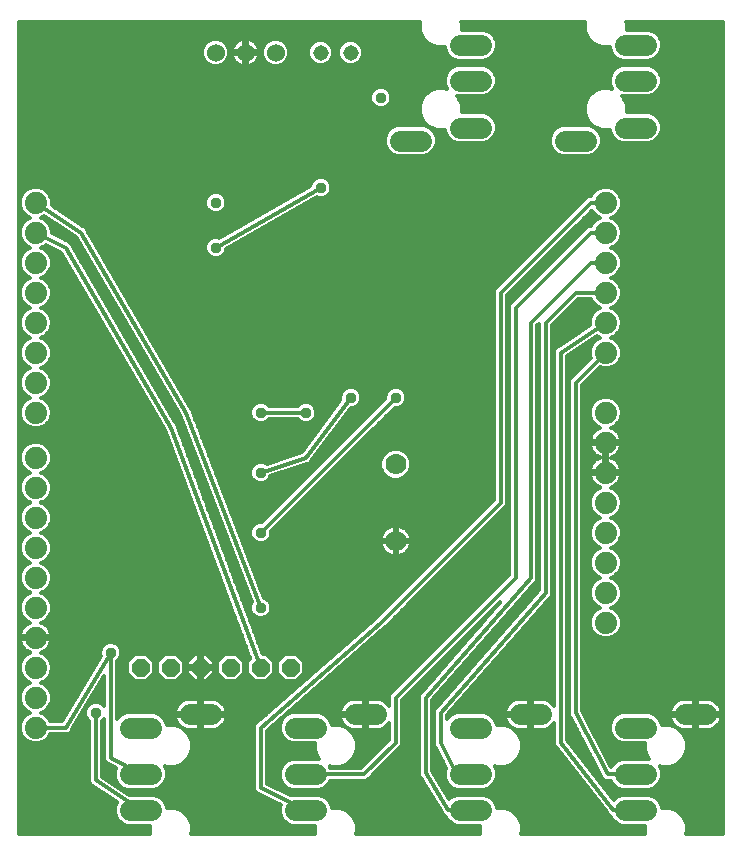
<source format=gbl>
G75*
%MOIN*%
%OFA0B0*%
%FSLAX25Y25*%
%IPPOS*%
%LPD*%
%AMOC8*
5,1,8,0,0,1.08239X$1,22.5*
%
%ADD10C,0.05150*%
%ADD11C,0.07400*%
%ADD12C,0.06000*%
%ADD13OC8,0.06000*%
%ADD14C,0.07087*%
%ADD15C,0.07000*%
%ADD16C,0.01200*%
%ADD17C,0.03765*%
D10*
X0111600Y0327524D03*
X0121600Y0327524D03*
D11*
X0206600Y0277524D03*
X0206600Y0267524D03*
X0206600Y0257524D03*
X0206600Y0247524D03*
X0206600Y0237524D03*
X0206600Y0227524D03*
X0206600Y0207524D03*
X0206600Y0197524D03*
X0206600Y0187524D03*
X0206600Y0177524D03*
X0206600Y0167524D03*
X0206600Y0157524D03*
X0206600Y0147524D03*
X0206600Y0137524D03*
X0016600Y0142524D03*
X0016600Y0152524D03*
X0016600Y0162524D03*
X0016600Y0172524D03*
X0016600Y0182524D03*
X0016600Y0192524D03*
X0016600Y0207524D03*
X0016600Y0217524D03*
X0016600Y0227524D03*
X0016600Y0237524D03*
X0016600Y0247524D03*
X0016600Y0257524D03*
X0016600Y0267524D03*
X0016600Y0277524D03*
X0016600Y0132524D03*
X0016600Y0122524D03*
X0016600Y0112524D03*
X0016600Y0102524D03*
D12*
X0076600Y0327524D03*
X0086600Y0327524D03*
X0096600Y0327524D03*
D13*
X0091600Y0122524D03*
X0081600Y0122524D03*
X0071600Y0122524D03*
X0061600Y0122524D03*
X0051600Y0122524D03*
X0101600Y0122524D03*
D14*
X0103057Y0102524D02*
X0110143Y0102524D01*
X0123057Y0106899D02*
X0130143Y0106899D01*
X0110143Y0086899D02*
X0103057Y0086899D01*
X0103057Y0075024D02*
X0110143Y0075024D01*
X0075143Y0106899D02*
X0068057Y0106899D01*
X0055143Y0102524D02*
X0048057Y0102524D01*
X0048057Y0086899D02*
X0055143Y0086899D01*
X0055143Y0075024D02*
X0048057Y0075024D01*
X0158057Y0075024D02*
X0165143Y0075024D01*
X0165143Y0086899D02*
X0158057Y0086899D01*
X0158057Y0102524D02*
X0165143Y0102524D01*
X0178057Y0106899D02*
X0185143Y0106899D01*
X0213057Y0102524D02*
X0220143Y0102524D01*
X0233057Y0106899D02*
X0240143Y0106899D01*
X0220143Y0086899D02*
X0213057Y0086899D01*
X0213057Y0075024D02*
X0220143Y0075024D01*
X0200143Y0298149D02*
X0193057Y0298149D01*
X0213057Y0302524D02*
X0220143Y0302524D01*
X0220143Y0318149D02*
X0213057Y0318149D01*
X0213057Y0330024D02*
X0220143Y0330024D01*
X0165143Y0330024D02*
X0158057Y0330024D01*
X0158057Y0318149D02*
X0165143Y0318149D01*
X0165143Y0302524D02*
X0158057Y0302524D01*
X0145143Y0298149D02*
X0138057Y0298149D01*
D15*
X0136600Y0190319D03*
X0136600Y0164728D03*
D16*
X0011200Y0067124D02*
X0011200Y0337884D01*
X0144752Y0337884D01*
X0144638Y0337609D01*
X0144638Y0334840D01*
X0145698Y0332281D01*
X0147656Y0330322D01*
X0150215Y0329262D01*
X0152913Y0329262D01*
X0152913Y0329001D01*
X0153696Y0327110D01*
X0155143Y0325663D01*
X0157034Y0324880D01*
X0166166Y0324880D01*
X0168057Y0325663D01*
X0169504Y0327110D01*
X0170287Y0329001D01*
X0170287Y0331047D01*
X0169504Y0332937D01*
X0168057Y0334384D01*
X0166166Y0335167D01*
X0158562Y0335167D01*
X0158562Y0337609D01*
X0158448Y0337884D01*
X0199752Y0337884D01*
X0199638Y0337609D01*
X0199638Y0334840D01*
X0200698Y0332281D01*
X0202656Y0330322D01*
X0205215Y0329262D01*
X0207913Y0329262D01*
X0207913Y0329001D01*
X0208696Y0327110D01*
X0210143Y0325663D01*
X0212034Y0324880D01*
X0221166Y0324880D01*
X0223057Y0325663D01*
X0224504Y0327110D01*
X0225287Y0329001D01*
X0225287Y0331047D01*
X0224504Y0332937D01*
X0223057Y0334384D01*
X0221166Y0335167D01*
X0213562Y0335167D01*
X0213562Y0337609D01*
X0213448Y0337884D01*
X0245701Y0337884D01*
X0245701Y0067124D01*
X0233432Y0067124D01*
X0233562Y0067438D01*
X0233562Y0070208D01*
X0232502Y0072767D01*
X0230544Y0074725D01*
X0227985Y0075785D01*
X0225287Y0075785D01*
X0225287Y0076047D01*
X0224504Y0077937D01*
X0223057Y0079384D01*
X0221166Y0080167D01*
X0212034Y0080167D01*
X0210143Y0079384D01*
X0209217Y0078457D01*
X0193800Y0098278D01*
X0193800Y0226346D01*
X0203739Y0232972D01*
X0204822Y0232524D01*
X0203598Y0232017D01*
X0202107Y0230526D01*
X0201300Y0228578D01*
X0201300Y0226469D01*
X0201632Y0225667D01*
X0194400Y0218435D01*
X0194400Y0107867D01*
X0194227Y0107326D01*
X0194400Y0106990D01*
X0194400Y0106612D01*
X0194802Y0106211D01*
X0205025Y0086365D01*
X0205025Y0085987D01*
X0205427Y0085586D01*
X0205687Y0085081D01*
X0206047Y0084966D01*
X0206314Y0084699D01*
X0206882Y0084699D01*
X0207422Y0084526D01*
X0207758Y0084699D01*
X0208401Y0084699D01*
X0208696Y0083985D01*
X0210143Y0082538D01*
X0212034Y0081755D01*
X0221166Y0081755D01*
X0223057Y0082538D01*
X0224504Y0083985D01*
X0225287Y0085876D01*
X0225287Y0087922D01*
X0224552Y0089694D01*
X0225215Y0089420D01*
X0227985Y0089420D01*
X0230544Y0090480D01*
X0232502Y0092438D01*
X0233562Y0094997D01*
X0233562Y0097767D01*
X0232502Y0100326D01*
X0230544Y0102284D01*
X0227985Y0103344D01*
X0225287Y0103344D01*
X0225287Y0103547D01*
X0224504Y0105437D01*
X0223057Y0106884D01*
X0221166Y0107667D01*
X0212034Y0107667D01*
X0210143Y0106884D01*
X0208696Y0105437D01*
X0207913Y0103547D01*
X0207913Y0101501D01*
X0208696Y0099610D01*
X0210143Y0098163D01*
X0212034Y0097380D01*
X0219638Y0097380D01*
X0219638Y0094997D01*
X0220698Y0092438D01*
X0221094Y0092042D01*
X0212034Y0092042D01*
X0210143Y0091259D01*
X0208696Y0089812D01*
X0208475Y0089277D01*
X0198800Y0108057D01*
X0198800Y0216612D01*
X0204744Y0222556D01*
X0205546Y0222224D01*
X0207654Y0222224D01*
X0209602Y0223030D01*
X0211093Y0224521D01*
X0211900Y0226469D01*
X0211900Y0228578D01*
X0211093Y0230526D01*
X0209602Y0232017D01*
X0208378Y0232524D01*
X0209602Y0233030D01*
X0211093Y0234521D01*
X0211900Y0236469D01*
X0211900Y0238578D01*
X0211093Y0240526D01*
X0209602Y0242017D01*
X0208378Y0242524D01*
X0209602Y0243030D01*
X0211093Y0244521D01*
X0211900Y0246469D01*
X0211900Y0248578D01*
X0211093Y0250526D01*
X0209602Y0252017D01*
X0208378Y0252524D01*
X0209602Y0253030D01*
X0211093Y0254521D01*
X0211900Y0256469D01*
X0211900Y0258578D01*
X0211093Y0260526D01*
X0209602Y0262017D01*
X0208378Y0262524D01*
X0209602Y0263030D01*
X0211093Y0264521D01*
X0211900Y0266469D01*
X0211900Y0268578D01*
X0211093Y0270526D01*
X0209602Y0272017D01*
X0208378Y0272524D01*
X0209602Y0273030D01*
X0211093Y0274521D01*
X0211900Y0276469D01*
X0211900Y0278578D01*
X0211093Y0280526D01*
X0209602Y0282017D01*
X0207654Y0282824D01*
X0205546Y0282824D01*
X0203598Y0282017D01*
X0202107Y0280526D01*
X0201775Y0279724D01*
X0200689Y0279724D01*
X0199400Y0278435D01*
X0169400Y0248435D01*
X0169400Y0178435D01*
X0130096Y0139131D01*
X0090773Y0104724D01*
X0090689Y0104724D01*
X0090096Y0104131D01*
X0089465Y0103579D01*
X0089460Y0103495D01*
X0089400Y0103435D01*
X0089400Y0102597D01*
X0089344Y0101761D01*
X0089400Y0101697D01*
X0089400Y0083043D01*
X0089225Y0082692D01*
X0089400Y0082167D01*
X0089400Y0081612D01*
X0089677Y0081335D01*
X0089801Y0080963D01*
X0090297Y0080716D01*
X0090689Y0080324D01*
X0091081Y0080324D01*
X0098209Y0076760D01*
X0097913Y0076047D01*
X0097913Y0074001D01*
X0098696Y0072110D01*
X0100143Y0070663D01*
X0102034Y0069880D01*
X0109638Y0069880D01*
X0109638Y0067438D01*
X0109768Y0067124D01*
X0068432Y0067124D01*
X0068562Y0067438D01*
X0068562Y0070208D01*
X0067502Y0072767D01*
X0065544Y0074725D01*
X0062985Y0075785D01*
X0060287Y0075785D01*
X0060287Y0076047D01*
X0059504Y0077937D01*
X0058057Y0079384D01*
X0056166Y0080167D01*
X0047851Y0080167D01*
X0038800Y0086201D01*
X0038800Y0104798D01*
X0039400Y0105398D01*
X0039400Y0093100D01*
X0039236Y0092808D01*
X0039400Y0092221D01*
X0039400Y0091612D01*
X0039637Y0091375D01*
X0039727Y0091053D01*
X0040258Y0090754D01*
X0040689Y0090324D01*
X0041024Y0090324D01*
X0043363Y0089008D01*
X0042913Y0087922D01*
X0042913Y0085876D01*
X0043696Y0083985D01*
X0045143Y0082538D01*
X0047034Y0081755D01*
X0056166Y0081755D01*
X0058057Y0082538D01*
X0059504Y0083985D01*
X0060287Y0085876D01*
X0060287Y0087922D01*
X0059552Y0089694D01*
X0060215Y0089420D01*
X0062985Y0089420D01*
X0065544Y0090480D01*
X0067502Y0092438D01*
X0068562Y0094997D01*
X0068562Y0097767D01*
X0067502Y0100326D01*
X0065544Y0102284D01*
X0062985Y0103344D01*
X0060287Y0103344D01*
X0060287Y0103547D01*
X0059504Y0105437D01*
X0058057Y0106884D01*
X0056166Y0107667D01*
X0047034Y0107667D01*
X0045143Y0106884D01*
X0043800Y0105541D01*
X0043800Y0124798D01*
X0044552Y0125551D01*
X0045083Y0126831D01*
X0045083Y0128216D01*
X0044552Y0129496D01*
X0043573Y0130476D01*
X0042293Y0131006D01*
X0040907Y0131006D01*
X0039627Y0130476D01*
X0038648Y0129496D01*
X0038117Y0128216D01*
X0038117Y0126831D01*
X0038322Y0126336D01*
X0025354Y0104724D01*
X0021425Y0104724D01*
X0021093Y0105526D01*
X0019602Y0107017D01*
X0018378Y0107524D01*
X0019602Y0108030D01*
X0021093Y0109521D01*
X0021900Y0111469D01*
X0021900Y0113578D01*
X0021093Y0115526D01*
X0019602Y0117017D01*
X0018378Y0117524D01*
X0019602Y0118030D01*
X0021093Y0119521D01*
X0021900Y0121469D01*
X0021900Y0123578D01*
X0021093Y0125526D01*
X0019602Y0127017D01*
X0018372Y0127526D01*
X0018634Y0127612D01*
X0019378Y0127991D01*
X0020053Y0128481D01*
X0020643Y0129071D01*
X0021133Y0129746D01*
X0021512Y0130489D01*
X0021769Y0131283D01*
X0021900Y0132106D01*
X0021900Y0132124D01*
X0017000Y0132124D01*
X0017000Y0132924D01*
X0021900Y0132924D01*
X0021900Y0132941D01*
X0021769Y0133765D01*
X0021512Y0134558D01*
X0021133Y0135301D01*
X0020643Y0135976D01*
X0020053Y0136566D01*
X0019378Y0137057D01*
X0018634Y0137435D01*
X0018372Y0137521D01*
X0019602Y0138030D01*
X0021093Y0139521D01*
X0021900Y0141469D01*
X0021900Y0143578D01*
X0021093Y0145526D01*
X0019602Y0147017D01*
X0018378Y0147524D01*
X0019602Y0148030D01*
X0021093Y0149521D01*
X0021900Y0151469D01*
X0021900Y0153578D01*
X0021093Y0155526D01*
X0019602Y0157017D01*
X0018378Y0157524D01*
X0019602Y0158030D01*
X0021093Y0159521D01*
X0021900Y0161469D01*
X0021900Y0163578D01*
X0021093Y0165526D01*
X0019602Y0167017D01*
X0018378Y0167524D01*
X0019602Y0168030D01*
X0021093Y0169521D01*
X0021900Y0171469D01*
X0021900Y0173578D01*
X0021093Y0175526D01*
X0019602Y0177017D01*
X0018378Y0177524D01*
X0019602Y0178030D01*
X0021093Y0179521D01*
X0021900Y0181469D01*
X0021900Y0183578D01*
X0021093Y0185526D01*
X0019602Y0187017D01*
X0018378Y0187524D01*
X0019602Y0188030D01*
X0021093Y0189521D01*
X0021900Y0191469D01*
X0021900Y0193578D01*
X0021093Y0195526D01*
X0019602Y0197017D01*
X0017654Y0197824D01*
X0015546Y0197824D01*
X0013598Y0197017D01*
X0012107Y0195526D01*
X0011300Y0193578D01*
X0011300Y0191469D01*
X0012107Y0189521D01*
X0013598Y0188030D01*
X0014822Y0187524D01*
X0013598Y0187017D01*
X0012107Y0185526D01*
X0011300Y0183578D01*
X0011300Y0181469D01*
X0012107Y0179521D01*
X0013598Y0178030D01*
X0014822Y0177524D01*
X0013598Y0177017D01*
X0012107Y0175526D01*
X0011300Y0173578D01*
X0011300Y0171469D01*
X0012107Y0169521D01*
X0013598Y0168030D01*
X0014822Y0167524D01*
X0013598Y0167017D01*
X0012107Y0165526D01*
X0011300Y0163578D01*
X0011300Y0161469D01*
X0012107Y0159521D01*
X0013598Y0158030D01*
X0014822Y0157524D01*
X0013598Y0157017D01*
X0012107Y0155526D01*
X0011300Y0153578D01*
X0011300Y0151469D01*
X0012107Y0149521D01*
X0013598Y0148030D01*
X0014822Y0147524D01*
X0013598Y0147017D01*
X0012107Y0145526D01*
X0011300Y0143578D01*
X0011300Y0141469D01*
X0012107Y0139521D01*
X0013598Y0138030D01*
X0014828Y0137521D01*
X0014566Y0137435D01*
X0013822Y0137057D01*
X0013147Y0136566D01*
X0012557Y0135976D01*
X0012067Y0135301D01*
X0011688Y0134558D01*
X0011430Y0133765D01*
X0011300Y0132941D01*
X0011300Y0132924D01*
X0016200Y0132924D01*
X0016200Y0132124D01*
X0011300Y0132124D01*
X0011300Y0132106D01*
X0011430Y0131283D01*
X0011688Y0130489D01*
X0012067Y0129746D01*
X0012557Y0129071D01*
X0013147Y0128481D01*
X0013822Y0127991D01*
X0014566Y0127612D01*
X0014828Y0127526D01*
X0013598Y0127017D01*
X0012107Y0125526D01*
X0011300Y0123578D01*
X0011300Y0121469D01*
X0012107Y0119521D01*
X0013598Y0118030D01*
X0014822Y0117524D01*
X0013598Y0117017D01*
X0012107Y0115526D01*
X0011300Y0113578D01*
X0011300Y0111469D01*
X0012107Y0109521D01*
X0013598Y0108030D01*
X0014822Y0107524D01*
X0013598Y0107017D01*
X0012107Y0105526D01*
X0011300Y0103578D01*
X0011300Y0101469D01*
X0012107Y0099521D01*
X0013598Y0098030D01*
X0015546Y0097224D01*
X0017654Y0097224D01*
X0019602Y0098030D01*
X0021093Y0099521D01*
X0021425Y0100324D01*
X0025991Y0100324D01*
X0026250Y0100168D01*
X0026871Y0100324D01*
X0027511Y0100324D01*
X0027725Y0100537D01*
X0028018Y0100610D01*
X0028347Y0101159D01*
X0028800Y0101612D01*
X0028800Y0101914D01*
X0039400Y0119581D01*
X0039400Y0109649D01*
X0038573Y0110476D01*
X0037293Y0111006D01*
X0035907Y0111006D01*
X0034627Y0110476D01*
X0033648Y0109496D01*
X0033117Y0108216D01*
X0033117Y0106831D01*
X0033648Y0105551D01*
X0034400Y0104798D01*
X0034400Y0085690D01*
X0034264Y0085486D01*
X0034400Y0084806D01*
X0034400Y0084112D01*
X0034573Y0083939D01*
X0034621Y0083699D01*
X0035198Y0083314D01*
X0035689Y0082824D01*
X0035934Y0082824D01*
X0043603Y0077711D01*
X0042913Y0076047D01*
X0042913Y0074001D01*
X0043696Y0072110D01*
X0045143Y0070663D01*
X0047034Y0069880D01*
X0054638Y0069880D01*
X0054638Y0067438D01*
X0054768Y0067124D01*
X0011200Y0067124D01*
X0011200Y0067318D02*
X0054688Y0067318D01*
X0054638Y0068516D02*
X0011200Y0068516D01*
X0011200Y0069715D02*
X0054638Y0069715D01*
X0051600Y0075024D02*
X0036600Y0085024D01*
X0036600Y0107524D01*
X0033552Y0109266D02*
X0033211Y0109266D01*
X0033117Y0108067D02*
X0032492Y0108067D01*
X0033117Y0106869D02*
X0031773Y0106869D01*
X0031053Y0105670D02*
X0033598Y0105670D01*
X0034400Y0104472D02*
X0030334Y0104472D01*
X0029615Y0103273D02*
X0034400Y0103273D01*
X0034400Y0102074D02*
X0028896Y0102074D01*
X0028177Y0100876D02*
X0034400Y0100876D01*
X0034400Y0099677D02*
X0021158Y0099677D01*
X0020051Y0098479D02*
X0034400Y0098479D01*
X0034400Y0097280D02*
X0017791Y0097280D01*
X0015409Y0097280D02*
X0011200Y0097280D01*
X0011200Y0096082D02*
X0034400Y0096082D01*
X0034400Y0094883D02*
X0011200Y0094883D01*
X0011200Y0093685D02*
X0034400Y0093685D01*
X0034400Y0092486D02*
X0011200Y0092486D01*
X0011200Y0091288D02*
X0034400Y0091288D01*
X0034400Y0090089D02*
X0011200Y0090089D01*
X0011200Y0088891D02*
X0034400Y0088891D01*
X0034400Y0087692D02*
X0011200Y0087692D01*
X0011200Y0086494D02*
X0034400Y0086494D01*
X0034302Y0085295D02*
X0011200Y0085295D01*
X0011200Y0084097D02*
X0034416Y0084097D01*
X0035614Y0082898D02*
X0011200Y0082898D01*
X0011200Y0081700D02*
X0037620Y0081700D01*
X0039417Y0080501D02*
X0011200Y0080501D01*
X0011200Y0079303D02*
X0041215Y0079303D01*
X0043013Y0078104D02*
X0011200Y0078104D01*
X0011200Y0076906D02*
X0043269Y0076906D01*
X0042913Y0075707D02*
X0011200Y0075707D01*
X0011200Y0074509D02*
X0042913Y0074509D01*
X0043199Y0073310D02*
X0011200Y0073310D01*
X0011200Y0072112D02*
X0043696Y0072112D01*
X0044893Y0070913D02*
X0011200Y0070913D01*
X0011200Y0098479D02*
X0013149Y0098479D01*
X0012042Y0099677D02*
X0011200Y0099677D01*
X0011200Y0100876D02*
X0011546Y0100876D01*
X0011300Y0102074D02*
X0011200Y0102074D01*
X0011200Y0103273D02*
X0011300Y0103273D01*
X0011200Y0104472D02*
X0011670Y0104472D01*
X0011200Y0105670D02*
X0012251Y0105670D01*
X0011200Y0106869D02*
X0013450Y0106869D01*
X0013561Y0108067D02*
X0011200Y0108067D01*
X0011200Y0109266D02*
X0012363Y0109266D01*
X0011716Y0110464D02*
X0011200Y0110464D01*
X0011200Y0111663D02*
X0011300Y0111663D01*
X0011300Y0112861D02*
X0011200Y0112861D01*
X0011200Y0114060D02*
X0011500Y0114060D01*
X0011200Y0115258D02*
X0011996Y0115258D01*
X0011200Y0116457D02*
X0013038Y0116457D01*
X0014504Y0117655D02*
X0011200Y0117655D01*
X0011200Y0118854D02*
X0012775Y0118854D01*
X0011887Y0120052D02*
X0011200Y0120052D01*
X0011200Y0121251D02*
X0011391Y0121251D01*
X0011300Y0122449D02*
X0011200Y0122449D01*
X0011200Y0123648D02*
X0011329Y0123648D01*
X0011200Y0124846D02*
X0011825Y0124846D01*
X0011200Y0126045D02*
X0012626Y0126045D01*
X0011200Y0127243D02*
X0014145Y0127243D01*
X0013201Y0128442D02*
X0011200Y0128442D01*
X0011200Y0129640D02*
X0012144Y0129640D01*
X0011575Y0130839D02*
X0011200Y0130839D01*
X0011200Y0132037D02*
X0011311Y0132037D01*
X0011347Y0133236D02*
X0011200Y0133236D01*
X0011200Y0134434D02*
X0011648Y0134434D01*
X0011200Y0135633D02*
X0012308Y0135633D01*
X0011200Y0136831D02*
X0013512Y0136831D01*
X0013599Y0138030D02*
X0011200Y0138030D01*
X0011200Y0139228D02*
X0012400Y0139228D01*
X0011732Y0140427D02*
X0011200Y0140427D01*
X0011200Y0141625D02*
X0011300Y0141625D01*
X0011300Y0142824D02*
X0011200Y0142824D01*
X0011200Y0144022D02*
X0011484Y0144022D01*
X0011200Y0145221D02*
X0011981Y0145221D01*
X0011200Y0146419D02*
X0013000Y0146419D01*
X0014594Y0147618D02*
X0011200Y0147618D01*
X0011200Y0148816D02*
X0012812Y0148816D01*
X0011902Y0150015D02*
X0011200Y0150015D01*
X0011200Y0151213D02*
X0011406Y0151213D01*
X0011300Y0152412D02*
X0011200Y0152412D01*
X0011200Y0153610D02*
X0011314Y0153610D01*
X0011200Y0154809D02*
X0011810Y0154809D01*
X0011200Y0156008D02*
X0012589Y0156008D01*
X0011200Y0157206D02*
X0014055Y0157206D01*
X0013224Y0158405D02*
X0011200Y0158405D01*
X0011200Y0159603D02*
X0012073Y0159603D01*
X0011577Y0160802D02*
X0011200Y0160802D01*
X0011200Y0162000D02*
X0011300Y0162000D01*
X0011300Y0163199D02*
X0011200Y0163199D01*
X0011200Y0164397D02*
X0011639Y0164397D01*
X0011200Y0165596D02*
X0012177Y0165596D01*
X0011200Y0166794D02*
X0013375Y0166794D01*
X0013689Y0167993D02*
X0011200Y0167993D01*
X0011200Y0169191D02*
X0012437Y0169191D01*
X0011747Y0170390D02*
X0011200Y0170390D01*
X0011200Y0171588D02*
X0011300Y0171588D01*
X0011300Y0172787D02*
X0011200Y0172787D01*
X0011200Y0173985D02*
X0011469Y0173985D01*
X0011200Y0175184D02*
X0011965Y0175184D01*
X0011200Y0176382D02*
X0012963Y0176382D01*
X0014684Y0177581D02*
X0011200Y0177581D01*
X0011200Y0178779D02*
X0012849Y0178779D01*
X0011918Y0179978D02*
X0011200Y0179978D01*
X0011200Y0181176D02*
X0011421Y0181176D01*
X0011300Y0182375D02*
X0011200Y0182375D01*
X0011200Y0183573D02*
X0011300Y0183573D01*
X0011200Y0184772D02*
X0011795Y0184772D01*
X0011200Y0185970D02*
X0012551Y0185970D01*
X0011200Y0187169D02*
X0013965Y0187169D01*
X0013261Y0188367D02*
X0011200Y0188367D01*
X0011200Y0189566D02*
X0012088Y0189566D01*
X0011592Y0190764D02*
X0011200Y0190764D01*
X0011200Y0191963D02*
X0011300Y0191963D01*
X0011300Y0193161D02*
X0011200Y0193161D01*
X0011200Y0194360D02*
X0011624Y0194360D01*
X0011200Y0195558D02*
X0012139Y0195558D01*
X0011200Y0196757D02*
X0013338Y0196757D01*
X0011200Y0197955D02*
X0060963Y0197955D01*
X0061413Y0196757D02*
X0019862Y0196757D01*
X0021061Y0195558D02*
X0061862Y0195558D01*
X0062312Y0194360D02*
X0021576Y0194360D01*
X0021900Y0193161D02*
X0062761Y0193161D01*
X0063211Y0191963D02*
X0021900Y0191963D01*
X0021608Y0190764D02*
X0063660Y0190764D01*
X0064110Y0189566D02*
X0021112Y0189566D01*
X0019939Y0188367D02*
X0064559Y0188367D01*
X0065008Y0187169D02*
X0019235Y0187169D01*
X0020649Y0185970D02*
X0065458Y0185970D01*
X0065907Y0184772D02*
X0021405Y0184772D01*
X0021900Y0183573D02*
X0066357Y0183573D01*
X0066806Y0182375D02*
X0021900Y0182375D01*
X0021779Y0181176D02*
X0067256Y0181176D01*
X0067705Y0179978D02*
X0021282Y0179978D01*
X0020351Y0178779D02*
X0068155Y0178779D01*
X0068604Y0177581D02*
X0018516Y0177581D01*
X0020237Y0176382D02*
X0069053Y0176382D01*
X0069503Y0175184D02*
X0021235Y0175184D01*
X0021731Y0173985D02*
X0069952Y0173985D01*
X0070402Y0172787D02*
X0021900Y0172787D01*
X0021900Y0171588D02*
X0070851Y0171588D01*
X0071301Y0170390D02*
X0021453Y0170390D01*
X0020763Y0169191D02*
X0071750Y0169191D01*
X0072200Y0167993D02*
X0019511Y0167993D01*
X0019825Y0166794D02*
X0072649Y0166794D01*
X0073098Y0165596D02*
X0021023Y0165596D01*
X0021561Y0164397D02*
X0073548Y0164397D01*
X0073997Y0163199D02*
X0021900Y0163199D01*
X0021900Y0162000D02*
X0074447Y0162000D01*
X0074896Y0160802D02*
X0021623Y0160802D01*
X0021127Y0159603D02*
X0075346Y0159603D01*
X0075795Y0158405D02*
X0019976Y0158405D01*
X0019145Y0157206D02*
X0076244Y0157206D01*
X0076694Y0156008D02*
X0020611Y0156008D01*
X0021390Y0154809D02*
X0077143Y0154809D01*
X0077593Y0153610D02*
X0021886Y0153610D01*
X0021900Y0152412D02*
X0078042Y0152412D01*
X0078492Y0151213D02*
X0021794Y0151213D01*
X0021298Y0150015D02*
X0078941Y0150015D01*
X0079391Y0148816D02*
X0020388Y0148816D01*
X0018606Y0147618D02*
X0079840Y0147618D01*
X0080289Y0146419D02*
X0020200Y0146419D01*
X0021219Y0145221D02*
X0080739Y0145221D01*
X0081188Y0144022D02*
X0021716Y0144022D01*
X0021900Y0142824D02*
X0081638Y0142824D01*
X0082087Y0141625D02*
X0021900Y0141625D01*
X0021468Y0140427D02*
X0082537Y0140427D01*
X0082986Y0139228D02*
X0020800Y0139228D01*
X0019601Y0138030D02*
X0083436Y0138030D01*
X0083885Y0136831D02*
X0019688Y0136831D01*
X0020892Y0135633D02*
X0084334Y0135633D01*
X0084784Y0134434D02*
X0021552Y0134434D01*
X0021853Y0133236D02*
X0085233Y0133236D01*
X0085683Y0132037D02*
X0021889Y0132037D01*
X0021625Y0130839D02*
X0040503Y0130839D01*
X0038791Y0129640D02*
X0021056Y0129640D01*
X0019999Y0128442D02*
X0038211Y0128442D01*
X0038117Y0127243D02*
X0019055Y0127243D01*
X0020574Y0126045D02*
X0038147Y0126045D01*
X0037428Y0124846D02*
X0021375Y0124846D01*
X0021871Y0123648D02*
X0036709Y0123648D01*
X0035990Y0122449D02*
X0021900Y0122449D01*
X0021809Y0121251D02*
X0035271Y0121251D01*
X0034552Y0120052D02*
X0021313Y0120052D01*
X0020425Y0118854D02*
X0033832Y0118854D01*
X0033113Y0117655D02*
X0018696Y0117655D01*
X0020162Y0116457D02*
X0032394Y0116457D01*
X0031675Y0115258D02*
X0021204Y0115258D01*
X0021700Y0114060D02*
X0030956Y0114060D01*
X0030237Y0112861D02*
X0021900Y0112861D01*
X0021900Y0111663D02*
X0029518Y0111663D01*
X0028799Y0110464D02*
X0021484Y0110464D01*
X0020837Y0109266D02*
X0028080Y0109266D01*
X0027360Y0108067D02*
X0019639Y0108067D01*
X0019750Y0106869D02*
X0026641Y0106869D01*
X0025922Y0105670D02*
X0020949Y0105670D01*
X0016600Y0102524D02*
X0026600Y0102524D01*
X0041600Y0127524D01*
X0041600Y0092524D01*
X0051600Y0086899D01*
X0047350Y0080501D02*
X0090511Y0080501D01*
X0089400Y0081700D02*
X0045552Y0081700D01*
X0044783Y0082898D02*
X0043754Y0082898D01*
X0043650Y0084097D02*
X0041956Y0084097D01*
X0043154Y0085295D02*
X0040159Y0085295D01*
X0038800Y0086494D02*
X0042913Y0086494D01*
X0042913Y0087692D02*
X0038800Y0087692D01*
X0038800Y0088891D02*
X0043315Y0088891D01*
X0041440Y0090089D02*
X0038800Y0090089D01*
X0038800Y0091288D02*
X0039661Y0091288D01*
X0039326Y0092486D02*
X0038800Y0092486D01*
X0038800Y0093685D02*
X0039400Y0093685D01*
X0039400Y0094883D02*
X0038800Y0094883D01*
X0038800Y0096082D02*
X0039400Y0096082D01*
X0039400Y0097280D02*
X0038800Y0097280D01*
X0038800Y0098479D02*
X0039400Y0098479D01*
X0039400Y0099677D02*
X0038800Y0099677D01*
X0038800Y0100876D02*
X0039400Y0100876D01*
X0039400Y0102074D02*
X0038800Y0102074D01*
X0038800Y0103273D02*
X0039400Y0103273D01*
X0039400Y0104472D02*
X0038800Y0104472D01*
X0043800Y0105670D02*
X0043929Y0105670D01*
X0043800Y0106869D02*
X0045128Y0106869D01*
X0043800Y0108067D02*
X0063034Y0108067D01*
X0063040Y0108103D02*
X0063290Y0108873D01*
X0063658Y0109594D01*
X0064134Y0110249D01*
X0064706Y0110822D01*
X0065361Y0111298D01*
X0066082Y0111665D01*
X0066852Y0111915D01*
X0067652Y0112042D01*
X0071019Y0112042D01*
X0071019Y0107480D01*
X0072181Y0107480D01*
X0072181Y0112042D01*
X0075548Y0112042D01*
X0076348Y0111915D01*
X0077118Y0111665D01*
X0077839Y0111298D01*
X0078494Y0110822D01*
X0079066Y0110249D01*
X0079542Y0109594D01*
X0079910Y0108873D01*
X0080160Y0108103D01*
X0080259Y0107480D01*
X0072181Y0107480D01*
X0072181Y0106317D01*
X0072181Y0101755D01*
X0075548Y0101755D01*
X0076348Y0101882D01*
X0077118Y0102132D01*
X0077839Y0102500D01*
X0078494Y0102976D01*
X0079066Y0103548D01*
X0079542Y0104203D01*
X0079910Y0104924D01*
X0080160Y0105694D01*
X0080259Y0106317D01*
X0072181Y0106317D01*
X0071019Y0106317D01*
X0071019Y0101755D01*
X0067652Y0101755D01*
X0066852Y0101882D01*
X0066082Y0102132D01*
X0065361Y0102500D01*
X0064706Y0102976D01*
X0064134Y0103548D01*
X0063658Y0104203D01*
X0063290Y0104924D01*
X0063040Y0105694D01*
X0062941Y0106317D01*
X0071019Y0106317D01*
X0071019Y0107480D01*
X0062941Y0107480D01*
X0063040Y0108103D01*
X0063490Y0109266D02*
X0043800Y0109266D01*
X0043800Y0110464D02*
X0064348Y0110464D01*
X0066077Y0111663D02*
X0043800Y0111663D01*
X0043800Y0112861D02*
X0100073Y0112861D01*
X0098704Y0111663D02*
X0077123Y0111663D01*
X0078852Y0110464D02*
X0097334Y0110464D01*
X0095964Y0109266D02*
X0079710Y0109266D01*
X0080166Y0108067D02*
X0094594Y0108067D01*
X0093225Y0106869D02*
X0072181Y0106869D01*
X0071019Y0106869D02*
X0058072Y0106869D01*
X0059271Y0105670D02*
X0063048Y0105670D01*
X0063521Y0104472D02*
X0059904Y0104472D01*
X0063156Y0103273D02*
X0064409Y0103273D01*
X0065753Y0102074D02*
X0066260Y0102074D01*
X0066952Y0100876D02*
X0089400Y0100876D01*
X0089400Y0099677D02*
X0067771Y0099677D01*
X0068267Y0098479D02*
X0089400Y0098479D01*
X0089400Y0097280D02*
X0068562Y0097280D01*
X0068562Y0096082D02*
X0089400Y0096082D01*
X0089400Y0094883D02*
X0068515Y0094883D01*
X0068019Y0093685D02*
X0089400Y0093685D01*
X0089400Y0092486D02*
X0067522Y0092486D01*
X0066352Y0091288D02*
X0089400Y0091288D01*
X0089400Y0090089D02*
X0064602Y0090089D01*
X0059885Y0088891D02*
X0089400Y0088891D01*
X0089400Y0087692D02*
X0060287Y0087692D01*
X0060287Y0086494D02*
X0089400Y0086494D01*
X0089400Y0085295D02*
X0060046Y0085295D01*
X0059550Y0084097D02*
X0089400Y0084097D01*
X0089328Y0082898D02*
X0058417Y0082898D01*
X0058138Y0079303D02*
X0093122Y0079303D01*
X0095519Y0078104D02*
X0059336Y0078104D01*
X0059931Y0076906D02*
X0097916Y0076906D01*
X0097913Y0075707D02*
X0063173Y0075707D01*
X0065760Y0074509D02*
X0097913Y0074509D01*
X0098199Y0073310D02*
X0066959Y0073310D01*
X0067774Y0072112D02*
X0098696Y0072112D01*
X0099893Y0070913D02*
X0068270Y0070913D01*
X0068562Y0069715D02*
X0109638Y0069715D01*
X0109638Y0068516D02*
X0068562Y0068516D01*
X0068512Y0067318D02*
X0109688Y0067318D01*
X0106600Y0075024D02*
X0091600Y0082524D01*
X0091600Y0102524D01*
X0131600Y0137524D01*
X0171600Y0177524D01*
X0171600Y0247524D01*
X0201600Y0277524D01*
X0206600Y0277524D01*
X0204822Y0272524D02*
X0203598Y0272017D01*
X0202107Y0270526D01*
X0201775Y0269724D01*
X0200689Y0269724D01*
X0199400Y0268435D01*
X0174400Y0243435D01*
X0174400Y0153435D01*
X0134400Y0113435D01*
X0134400Y0109790D01*
X0134066Y0110249D01*
X0133494Y0110822D01*
X0132839Y0111298D01*
X0132118Y0111665D01*
X0131348Y0111915D01*
X0130548Y0112042D01*
X0127181Y0112042D01*
X0127181Y0107480D01*
X0126019Y0107480D01*
X0126019Y0112042D01*
X0122652Y0112042D01*
X0121852Y0111915D01*
X0121082Y0111665D01*
X0120361Y0111298D01*
X0119706Y0110822D01*
X0119134Y0110249D01*
X0118658Y0109594D01*
X0118290Y0108873D01*
X0118040Y0108103D01*
X0117941Y0107480D01*
X0126019Y0107480D01*
X0126019Y0106317D01*
X0127181Y0106317D01*
X0127181Y0101755D01*
X0130548Y0101755D01*
X0131348Y0101882D01*
X0132118Y0102132D01*
X0132839Y0102500D01*
X0133494Y0102976D01*
X0134066Y0103548D01*
X0134400Y0104007D01*
X0134400Y0098435D01*
X0125064Y0089099D01*
X0114799Y0089099D01*
X0114552Y0089694D01*
X0115215Y0089420D01*
X0117985Y0089420D01*
X0120544Y0090480D01*
X0122502Y0092438D01*
X0123562Y0094997D01*
X0123562Y0097767D01*
X0122502Y0100326D01*
X0120544Y0102284D01*
X0117985Y0103344D01*
X0115287Y0103344D01*
X0115287Y0103547D01*
X0114504Y0105437D01*
X0113057Y0106884D01*
X0111166Y0107667D01*
X0102034Y0107667D01*
X0100143Y0106884D01*
X0098696Y0105437D01*
X0097913Y0103547D01*
X0097913Y0101501D01*
X0098696Y0099610D01*
X0100143Y0098163D01*
X0102034Y0097380D01*
X0109638Y0097380D01*
X0109638Y0094997D01*
X0110698Y0092438D01*
X0111094Y0092042D01*
X0102034Y0092042D01*
X0100143Y0091259D01*
X0098696Y0089812D01*
X0097913Y0087922D01*
X0097913Y0085876D01*
X0098696Y0083985D01*
X0100143Y0082538D01*
X0102034Y0081755D01*
X0111166Y0081755D01*
X0113057Y0082538D01*
X0114504Y0083985D01*
X0114799Y0084699D01*
X0126886Y0084699D01*
X0137511Y0095324D01*
X0137511Y0095324D01*
X0138800Y0096612D01*
X0138800Y0111612D01*
X0171435Y0144247D01*
X0144993Y0114027D01*
X0144400Y0113435D01*
X0144400Y0113350D01*
X0144344Y0113287D01*
X0144400Y0112450D01*
X0144400Y0087794D01*
X0144245Y0087173D01*
X0144400Y0086914D01*
X0144400Y0086612D01*
X0144853Y0086159D01*
X0151900Y0074414D01*
X0151900Y0074112D01*
X0152353Y0073659D01*
X0152682Y0073110D01*
X0152975Y0073037D01*
X0153189Y0072824D01*
X0153401Y0072824D01*
X0153696Y0072110D01*
X0155143Y0070663D01*
X0157034Y0069880D01*
X0164638Y0069880D01*
X0164638Y0067438D01*
X0164768Y0067124D01*
X0123432Y0067124D01*
X0123562Y0067438D01*
X0123562Y0070208D01*
X0122502Y0072767D01*
X0120544Y0074725D01*
X0117985Y0075785D01*
X0115287Y0075785D01*
X0115287Y0076047D01*
X0114504Y0077937D01*
X0113057Y0079384D01*
X0111166Y0080167D01*
X0102034Y0080167D01*
X0101596Y0079985D01*
X0093800Y0083883D01*
X0093800Y0101525D01*
X0132427Y0135324D01*
X0132511Y0135324D01*
X0133104Y0135916D01*
X0133734Y0136468D01*
X0133740Y0136552D01*
X0172511Y0175324D01*
X0173800Y0176612D01*
X0173800Y0246612D01*
X0201990Y0274803D01*
X0202107Y0274521D01*
X0203598Y0273030D01*
X0204822Y0272524D01*
X0204193Y0272263D02*
X0199451Y0272263D01*
X0200649Y0273462D02*
X0203167Y0273462D01*
X0202049Y0274660D02*
X0201848Y0274660D01*
X0202646Y0271065D02*
X0198252Y0271065D01*
X0197054Y0269866D02*
X0201834Y0269866D01*
X0201600Y0267524D02*
X0206600Y0267524D01*
X0210554Y0271065D02*
X0245701Y0271065D01*
X0245701Y0272263D02*
X0209007Y0272263D01*
X0210033Y0273462D02*
X0245701Y0273462D01*
X0245701Y0274660D02*
X0211151Y0274660D01*
X0211647Y0275859D02*
X0245701Y0275859D01*
X0245701Y0277057D02*
X0211900Y0277057D01*
X0211900Y0278256D02*
X0245701Y0278256D01*
X0245701Y0279454D02*
X0211537Y0279454D01*
X0210966Y0280653D02*
X0245701Y0280653D01*
X0245701Y0281851D02*
X0209768Y0281851D01*
X0203432Y0281851D02*
X0115083Y0281851D01*
X0115083Y0281831D02*
X0115083Y0283216D01*
X0114552Y0284496D01*
X0113573Y0285476D01*
X0112293Y0286006D01*
X0110907Y0286006D01*
X0109627Y0285476D01*
X0108648Y0284496D01*
X0108117Y0283216D01*
X0108117Y0283067D01*
X0077854Y0265774D01*
X0077293Y0266006D01*
X0075907Y0266006D01*
X0074627Y0265476D01*
X0073648Y0264496D01*
X0073117Y0263216D01*
X0073117Y0261831D01*
X0073648Y0260551D01*
X0074627Y0259571D01*
X0075907Y0259041D01*
X0077293Y0259041D01*
X0078573Y0259571D01*
X0079552Y0260551D01*
X0080083Y0261831D01*
X0080083Y0261980D01*
X0110346Y0279273D01*
X0110907Y0279041D01*
X0112293Y0279041D01*
X0113573Y0279571D01*
X0114552Y0280551D01*
X0115083Y0281831D01*
X0115083Y0283050D02*
X0245701Y0283050D01*
X0245701Y0284248D02*
X0114655Y0284248D01*
X0113602Y0285447D02*
X0245701Y0285447D01*
X0245701Y0286645D02*
X0011200Y0286645D01*
X0011200Y0285447D02*
X0109598Y0285447D01*
X0108545Y0284248D02*
X0011200Y0284248D01*
X0011200Y0283050D02*
X0108086Y0283050D01*
X0105989Y0281851D02*
X0019768Y0281851D01*
X0019602Y0282017D02*
X0017654Y0282824D01*
X0015546Y0282824D01*
X0013598Y0282017D01*
X0012107Y0280526D01*
X0011300Y0278578D01*
X0011300Y0276469D01*
X0012107Y0274521D01*
X0013598Y0273030D01*
X0014822Y0272524D01*
X0013598Y0272017D01*
X0012107Y0270526D01*
X0011300Y0268578D01*
X0011300Y0266469D01*
X0012107Y0264521D01*
X0013598Y0263030D01*
X0014822Y0262524D01*
X0013598Y0262017D01*
X0012107Y0260526D01*
X0011300Y0258578D01*
X0011300Y0256469D01*
X0012107Y0254521D01*
X0013598Y0253030D01*
X0014822Y0252524D01*
X0013598Y0252017D01*
X0012107Y0250526D01*
X0011300Y0248578D01*
X0011300Y0246469D01*
X0012107Y0244521D01*
X0013598Y0243030D01*
X0014822Y0242524D01*
X0013598Y0242017D01*
X0012107Y0240526D01*
X0011300Y0238578D01*
X0011300Y0236469D01*
X0012107Y0234521D01*
X0013598Y0233030D01*
X0014822Y0232524D01*
X0013598Y0232017D01*
X0012107Y0230526D01*
X0011300Y0228578D01*
X0011300Y0226469D01*
X0012107Y0224521D01*
X0013598Y0223030D01*
X0014822Y0222524D01*
X0013598Y0222017D01*
X0012107Y0220526D01*
X0011300Y0218578D01*
X0011300Y0216469D01*
X0012107Y0214521D01*
X0013598Y0213030D01*
X0014822Y0212524D01*
X0013598Y0212017D01*
X0012107Y0210526D01*
X0011300Y0208578D01*
X0011300Y0206469D01*
X0012107Y0204521D01*
X0013598Y0203030D01*
X0015546Y0202224D01*
X0017654Y0202224D01*
X0019602Y0203030D01*
X0021093Y0204521D01*
X0021900Y0206469D01*
X0021900Y0208578D01*
X0021093Y0210526D01*
X0019602Y0212017D01*
X0018378Y0212524D01*
X0019602Y0213030D01*
X0021093Y0214521D01*
X0021900Y0216469D01*
X0021900Y0218578D01*
X0021093Y0220526D01*
X0019602Y0222017D01*
X0018378Y0222524D01*
X0019602Y0223030D01*
X0021093Y0224521D01*
X0021900Y0226469D01*
X0021900Y0228578D01*
X0021093Y0230526D01*
X0019602Y0232017D01*
X0018378Y0232524D01*
X0019602Y0233030D01*
X0021093Y0234521D01*
X0021900Y0236469D01*
X0021900Y0238578D01*
X0021093Y0240526D01*
X0019602Y0242017D01*
X0018378Y0242524D01*
X0019602Y0243030D01*
X0021093Y0244521D01*
X0021900Y0246469D01*
X0021900Y0248578D01*
X0021093Y0250526D01*
X0019602Y0252017D01*
X0018378Y0252524D01*
X0019602Y0253030D01*
X0021093Y0254521D01*
X0021900Y0256469D01*
X0021900Y0258578D01*
X0021093Y0260526D01*
X0019602Y0262017D01*
X0018378Y0262524D01*
X0019602Y0263030D01*
X0019957Y0263385D01*
X0025030Y0260849D01*
X0059606Y0201576D01*
X0088117Y0125546D01*
X0087000Y0124429D01*
X0087000Y0120618D01*
X0089695Y0117924D01*
X0093505Y0117924D01*
X0096200Y0120618D01*
X0096200Y0124429D01*
X0093505Y0127124D01*
X0092225Y0127124D01*
X0063906Y0202641D01*
X0063959Y0202845D01*
X0063594Y0203471D01*
X0063340Y0204149D01*
X0063148Y0204237D01*
X0028615Y0263435D01*
X0028399Y0264084D01*
X0028170Y0264198D01*
X0028041Y0264419D01*
X0027380Y0264593D01*
X0021900Y0267333D01*
X0021900Y0268578D01*
X0021093Y0270526D01*
X0019602Y0272017D01*
X0018378Y0272524D01*
X0019461Y0272972D01*
X0029956Y0265975D01*
X0064610Y0206568D01*
X0088563Y0144292D01*
X0088117Y0143216D01*
X0088117Y0141831D01*
X0088648Y0140551D01*
X0089627Y0139571D01*
X0090907Y0139041D01*
X0092293Y0139041D01*
X0093573Y0139571D01*
X0094552Y0140551D01*
X0095083Y0141831D01*
X0095083Y0143216D01*
X0094552Y0144496D01*
X0093573Y0145476D01*
X0092679Y0145846D01*
X0068908Y0207651D01*
X0068959Y0207845D01*
X0068590Y0208479D01*
X0068326Y0209164D01*
X0068142Y0209246D01*
X0033685Y0268315D01*
X0033579Y0268849D01*
X0033244Y0269072D01*
X0033041Y0269419D01*
X0032515Y0269558D01*
X0021900Y0276634D01*
X0021900Y0278578D01*
X0021093Y0280526D01*
X0019602Y0282017D01*
X0020966Y0280653D02*
X0075054Y0280653D01*
X0074627Y0280476D02*
X0073648Y0279496D01*
X0073117Y0278216D01*
X0073117Y0276831D01*
X0073648Y0275551D01*
X0074627Y0274571D01*
X0075907Y0274041D01*
X0077293Y0274041D01*
X0078573Y0274571D01*
X0079552Y0275551D01*
X0080083Y0276831D01*
X0080083Y0278216D01*
X0079552Y0279496D01*
X0078573Y0280476D01*
X0077293Y0281006D01*
X0075907Y0281006D01*
X0074627Y0280476D01*
X0073630Y0279454D02*
X0021537Y0279454D01*
X0021900Y0278256D02*
X0073134Y0278256D01*
X0073117Y0277057D02*
X0021900Y0277057D01*
X0023064Y0275859D02*
X0073520Y0275859D01*
X0074538Y0274660D02*
X0024861Y0274660D01*
X0026659Y0273462D02*
X0091307Y0273462D01*
X0089210Y0272263D02*
X0028457Y0272263D01*
X0030255Y0271065D02*
X0087112Y0271065D01*
X0085015Y0269866D02*
X0032052Y0269866D01*
X0033615Y0268668D02*
X0082918Y0268668D01*
X0080820Y0267469D02*
X0034179Y0267469D01*
X0034878Y0266271D02*
X0078723Y0266271D01*
X0076600Y0262524D02*
X0111600Y0282524D01*
X0113290Y0279454D02*
X0200419Y0279454D01*
X0199221Y0278256D02*
X0108565Y0278256D01*
X0106468Y0277057D02*
X0198022Y0277057D01*
X0196824Y0275859D02*
X0104371Y0275859D01*
X0102273Y0274660D02*
X0195625Y0274660D01*
X0194427Y0273462D02*
X0100176Y0273462D01*
X0098078Y0272263D02*
X0193228Y0272263D01*
X0192030Y0271065D02*
X0095981Y0271065D01*
X0093884Y0269866D02*
X0190831Y0269866D01*
X0189633Y0268668D02*
X0091786Y0268668D01*
X0089689Y0267469D02*
X0188434Y0267469D01*
X0187236Y0266271D02*
X0087591Y0266271D01*
X0085494Y0265072D02*
X0186037Y0265072D01*
X0184839Y0263874D02*
X0083397Y0263874D01*
X0081299Y0262675D02*
X0183640Y0262675D01*
X0182442Y0261477D02*
X0079936Y0261477D01*
X0079280Y0260278D02*
X0181243Y0260278D01*
X0180045Y0259079D02*
X0077386Y0259079D01*
X0075814Y0259079D02*
X0039073Y0259079D01*
X0039772Y0257881D02*
X0178846Y0257881D01*
X0177648Y0256682D02*
X0040471Y0256682D01*
X0041170Y0255484D02*
X0176449Y0255484D01*
X0175251Y0254285D02*
X0041869Y0254285D01*
X0042568Y0253087D02*
X0174052Y0253087D01*
X0172854Y0251888D02*
X0043267Y0251888D01*
X0043967Y0250690D02*
X0171655Y0250690D01*
X0170456Y0249491D02*
X0044666Y0249491D01*
X0045365Y0248293D02*
X0169400Y0248293D01*
X0169400Y0247094D02*
X0046064Y0247094D01*
X0046763Y0245896D02*
X0169400Y0245896D01*
X0169400Y0244697D02*
X0047462Y0244697D01*
X0048161Y0243499D02*
X0169400Y0243499D01*
X0169400Y0242300D02*
X0048861Y0242300D01*
X0049560Y0241102D02*
X0169400Y0241102D01*
X0169400Y0239903D02*
X0050259Y0239903D01*
X0050958Y0238705D02*
X0169400Y0238705D01*
X0169400Y0237506D02*
X0051657Y0237506D01*
X0052356Y0236308D02*
X0169400Y0236308D01*
X0169400Y0235109D02*
X0053055Y0235109D01*
X0053754Y0233911D02*
X0169400Y0233911D01*
X0169400Y0232712D02*
X0054454Y0232712D01*
X0055153Y0231514D02*
X0169400Y0231514D01*
X0169400Y0230315D02*
X0055852Y0230315D01*
X0056551Y0229117D02*
X0169400Y0229117D01*
X0169400Y0227918D02*
X0057250Y0227918D01*
X0057949Y0226720D02*
X0169400Y0226720D01*
X0169400Y0225521D02*
X0058648Y0225521D01*
X0059348Y0224323D02*
X0169400Y0224323D01*
X0169400Y0223124D02*
X0060047Y0223124D01*
X0060746Y0221926D02*
X0169400Y0221926D01*
X0169400Y0220727D02*
X0061445Y0220727D01*
X0062144Y0219529D02*
X0169400Y0219529D01*
X0169400Y0218330D02*
X0062843Y0218330D01*
X0063542Y0217132D02*
X0169400Y0217132D01*
X0169400Y0215933D02*
X0137470Y0215933D01*
X0137293Y0216006D02*
X0135907Y0216006D01*
X0134627Y0215476D01*
X0133648Y0214496D01*
X0133117Y0213216D01*
X0133117Y0212152D01*
X0091971Y0171006D01*
X0090907Y0171006D01*
X0089627Y0170476D01*
X0088648Y0169496D01*
X0088117Y0168216D01*
X0088117Y0166831D01*
X0088648Y0165551D01*
X0089627Y0164571D01*
X0090907Y0164041D01*
X0092293Y0164041D01*
X0093573Y0164571D01*
X0094552Y0165551D01*
X0095083Y0166831D01*
X0095083Y0167895D01*
X0136229Y0209041D01*
X0137293Y0209041D01*
X0138573Y0209571D01*
X0139552Y0210551D01*
X0140083Y0211831D01*
X0140083Y0213216D01*
X0139552Y0214496D01*
X0138573Y0215476D01*
X0137293Y0216006D01*
X0135730Y0215933D02*
X0122470Y0215933D01*
X0122293Y0216006D02*
X0120907Y0216006D01*
X0119627Y0215476D01*
X0118648Y0214496D01*
X0118117Y0213216D01*
X0118117Y0211831D01*
X0118193Y0211648D01*
X0105252Y0194393D01*
X0093540Y0190489D01*
X0092293Y0191006D01*
X0090907Y0191006D01*
X0089627Y0190476D01*
X0088648Y0189496D01*
X0088117Y0188216D01*
X0088117Y0186831D01*
X0088648Y0185551D01*
X0089627Y0184571D01*
X0090907Y0184041D01*
X0092293Y0184041D01*
X0093573Y0184571D01*
X0094552Y0185551D01*
X0094859Y0186291D01*
X0107108Y0190374D01*
X0107813Y0190475D01*
X0107948Y0190654D01*
X0108160Y0190725D01*
X0108479Y0191362D01*
X0121738Y0209041D01*
X0122293Y0209041D01*
X0123573Y0209571D01*
X0124552Y0210551D01*
X0125083Y0211831D01*
X0125083Y0213216D01*
X0124552Y0214496D01*
X0123573Y0215476D01*
X0122293Y0216006D01*
X0120730Y0215933D02*
X0064241Y0215933D01*
X0064941Y0214735D02*
X0118886Y0214735D01*
X0118250Y0213536D02*
X0065640Y0213536D01*
X0066339Y0212338D02*
X0118117Y0212338D01*
X0117812Y0211139D02*
X0067038Y0211139D01*
X0067737Y0209941D02*
X0089092Y0209941D01*
X0088648Y0209496D02*
X0088117Y0208216D01*
X0088117Y0206831D01*
X0088648Y0205551D01*
X0089627Y0204571D01*
X0090907Y0204041D01*
X0092293Y0204041D01*
X0093573Y0204571D01*
X0094325Y0205324D01*
X0103875Y0205324D01*
X0104627Y0204571D01*
X0105907Y0204041D01*
X0107293Y0204041D01*
X0108573Y0204571D01*
X0109552Y0205551D01*
X0110083Y0206831D01*
X0110083Y0208216D01*
X0109552Y0209496D01*
X0108573Y0210476D01*
X0107293Y0211006D01*
X0105907Y0211006D01*
X0104627Y0210476D01*
X0103875Y0209724D01*
X0094325Y0209724D01*
X0093573Y0210476D01*
X0092293Y0211006D01*
X0090907Y0211006D01*
X0089627Y0210476D01*
X0088648Y0209496D01*
X0088335Y0208742D02*
X0068488Y0208742D01*
X0068949Y0207543D02*
X0088117Y0207543D01*
X0088319Y0206345D02*
X0069410Y0206345D01*
X0069871Y0205146D02*
X0089052Y0205146D01*
X0091600Y0207524D02*
X0106600Y0207524D01*
X0110083Y0207543D02*
X0115115Y0207543D01*
X0114216Y0206345D02*
X0109881Y0206345D01*
X0109148Y0205146D02*
X0113317Y0205146D01*
X0112418Y0203948D02*
X0070332Y0203948D01*
X0070793Y0202749D02*
X0111519Y0202749D01*
X0110621Y0201551D02*
X0071254Y0201551D01*
X0071715Y0200352D02*
X0109722Y0200352D01*
X0108823Y0199154D02*
X0072176Y0199154D01*
X0072637Y0197955D02*
X0107924Y0197955D01*
X0107025Y0196757D02*
X0073098Y0196757D01*
X0073559Y0195558D02*
X0106126Y0195558D01*
X0105152Y0194360D02*
X0074020Y0194360D01*
X0074481Y0193161D02*
X0101556Y0193161D01*
X0104684Y0189566D02*
X0110531Y0189566D01*
X0111729Y0190764D02*
X0108180Y0190764D01*
X0108929Y0191963D02*
X0112928Y0191963D01*
X0114126Y0193161D02*
X0109828Y0193161D01*
X0110727Y0194360D02*
X0115325Y0194360D01*
X0116523Y0195558D02*
X0111626Y0195558D01*
X0112525Y0196757D02*
X0117722Y0196757D01*
X0118921Y0197955D02*
X0113424Y0197955D01*
X0114323Y0199154D02*
X0120119Y0199154D01*
X0121318Y0200352D02*
X0115222Y0200352D01*
X0116120Y0201551D02*
X0122516Y0201551D01*
X0123715Y0202749D02*
X0117019Y0202749D01*
X0117918Y0203948D02*
X0124913Y0203948D01*
X0126112Y0205146D02*
X0118817Y0205146D01*
X0119716Y0206345D02*
X0127310Y0206345D01*
X0128509Y0207543D02*
X0120615Y0207543D01*
X0121514Y0208742D02*
X0129707Y0208742D01*
X0130906Y0209941D02*
X0123942Y0209941D01*
X0124796Y0211139D02*
X0132104Y0211139D01*
X0133117Y0212338D02*
X0125083Y0212338D01*
X0124950Y0213536D02*
X0133250Y0213536D01*
X0133886Y0214735D02*
X0124314Y0214735D01*
X0121600Y0212524D02*
X0106600Y0192524D01*
X0091600Y0187524D01*
X0092877Y0190764D02*
X0094365Y0190764D01*
X0097961Y0191963D02*
X0074942Y0191963D01*
X0075403Y0190764D02*
X0090323Y0190764D01*
X0088717Y0189566D02*
X0075864Y0189566D01*
X0076325Y0188367D02*
X0088180Y0188367D01*
X0088117Y0187169D02*
X0076786Y0187169D01*
X0077247Y0185970D02*
X0088474Y0185970D01*
X0089427Y0184772D02*
X0077708Y0184772D01*
X0078169Y0183573D02*
X0104538Y0183573D01*
X0103340Y0182375D02*
X0078630Y0182375D01*
X0079091Y0181176D02*
X0102141Y0181176D01*
X0100943Y0179978D02*
X0079552Y0179978D01*
X0080013Y0178779D02*
X0099744Y0178779D01*
X0098546Y0177581D02*
X0080474Y0177581D01*
X0080935Y0176382D02*
X0097347Y0176382D01*
X0096149Y0175184D02*
X0081396Y0175184D01*
X0081856Y0173985D02*
X0094950Y0173985D01*
X0093752Y0172787D02*
X0082317Y0172787D01*
X0082778Y0171588D02*
X0092553Y0171588D01*
X0089541Y0170390D02*
X0083239Y0170390D01*
X0083700Y0169191D02*
X0088521Y0169191D01*
X0088117Y0167993D02*
X0084161Y0167993D01*
X0084622Y0166794D02*
X0088133Y0166794D01*
X0088629Y0165596D02*
X0085083Y0165596D01*
X0085544Y0164397D02*
X0090047Y0164397D01*
X0091600Y0167524D02*
X0136600Y0212524D01*
X0139796Y0211139D02*
X0169400Y0211139D01*
X0169400Y0209941D02*
X0138942Y0209941D01*
X0140083Y0212338D02*
X0169400Y0212338D01*
X0169400Y0213536D02*
X0139950Y0213536D01*
X0139314Y0214735D02*
X0169400Y0214735D01*
X0173800Y0214735D02*
X0174400Y0214735D01*
X0174400Y0215933D02*
X0173800Y0215933D01*
X0173800Y0217132D02*
X0174400Y0217132D01*
X0174400Y0218330D02*
X0173800Y0218330D01*
X0173800Y0219529D02*
X0174400Y0219529D01*
X0174400Y0220727D02*
X0173800Y0220727D01*
X0173800Y0221926D02*
X0174400Y0221926D01*
X0174400Y0223124D02*
X0173800Y0223124D01*
X0173800Y0224323D02*
X0174400Y0224323D01*
X0174400Y0225521D02*
X0173800Y0225521D01*
X0173800Y0226720D02*
X0174400Y0226720D01*
X0174400Y0227918D02*
X0173800Y0227918D01*
X0173800Y0229117D02*
X0174400Y0229117D01*
X0174400Y0230315D02*
X0173800Y0230315D01*
X0173800Y0231514D02*
X0174400Y0231514D01*
X0174400Y0232712D02*
X0173800Y0232712D01*
X0173800Y0233911D02*
X0174400Y0233911D01*
X0174400Y0235109D02*
X0173800Y0235109D01*
X0173800Y0236308D02*
X0174400Y0236308D01*
X0174400Y0237506D02*
X0173800Y0237506D01*
X0173800Y0238705D02*
X0174400Y0238705D01*
X0174400Y0239903D02*
X0173800Y0239903D01*
X0173800Y0241102D02*
X0174400Y0241102D01*
X0174400Y0242300D02*
X0173800Y0242300D01*
X0173800Y0243499D02*
X0174464Y0243499D01*
X0173800Y0244697D02*
X0175662Y0244697D01*
X0176861Y0245896D02*
X0173800Y0245896D01*
X0174282Y0247094D02*
X0178059Y0247094D01*
X0179258Y0248293D02*
X0175481Y0248293D01*
X0176679Y0249491D02*
X0180456Y0249491D01*
X0181655Y0250690D02*
X0177878Y0250690D01*
X0179076Y0251888D02*
X0182854Y0251888D01*
X0184052Y0253087D02*
X0180275Y0253087D01*
X0181473Y0254285D02*
X0185251Y0254285D01*
X0186449Y0255484D02*
X0182672Y0255484D01*
X0183870Y0256682D02*
X0187648Y0256682D01*
X0188846Y0257881D02*
X0185069Y0257881D01*
X0186267Y0259079D02*
X0190045Y0259079D01*
X0191243Y0260278D02*
X0187466Y0260278D01*
X0188664Y0261477D02*
X0192442Y0261477D01*
X0193640Y0262675D02*
X0189863Y0262675D01*
X0191061Y0263874D02*
X0194839Y0263874D01*
X0196037Y0265072D02*
X0192260Y0265072D01*
X0193458Y0266271D02*
X0197236Y0266271D01*
X0198434Y0267469D02*
X0194657Y0267469D01*
X0195855Y0268668D02*
X0199633Y0268668D01*
X0201600Y0267524D02*
X0176600Y0242524D01*
X0176600Y0152524D01*
X0136600Y0112524D01*
X0136600Y0097524D01*
X0125975Y0086899D01*
X0106600Y0086899D01*
X0110678Y0092486D02*
X0093800Y0092486D01*
X0093800Y0091288D02*
X0100213Y0091288D01*
X0098974Y0090089D02*
X0093800Y0090089D01*
X0093800Y0088891D02*
X0098315Y0088891D01*
X0097913Y0087692D02*
X0093800Y0087692D01*
X0093800Y0086494D02*
X0097913Y0086494D01*
X0098154Y0085295D02*
X0093800Y0085295D01*
X0093800Y0084097D02*
X0098650Y0084097D01*
X0099783Y0082898D02*
X0095770Y0082898D01*
X0098167Y0081700D02*
X0147529Y0081700D01*
X0146810Y0082898D02*
X0113417Y0082898D01*
X0114550Y0084097D02*
X0146090Y0084097D01*
X0145371Y0085295D02*
X0127483Y0085295D01*
X0128681Y0086494D02*
X0144518Y0086494D01*
X0144374Y0087692D02*
X0129880Y0087692D01*
X0131079Y0088891D02*
X0144400Y0088891D01*
X0144400Y0090089D02*
X0132277Y0090089D01*
X0133476Y0091288D02*
X0144400Y0091288D01*
X0144400Y0092486D02*
X0134674Y0092486D01*
X0135873Y0093685D02*
X0144400Y0093685D01*
X0144400Y0094883D02*
X0137071Y0094883D01*
X0138270Y0096082D02*
X0144400Y0096082D01*
X0144400Y0097280D02*
X0138800Y0097280D01*
X0138800Y0098479D02*
X0144400Y0098479D01*
X0144400Y0099677D02*
X0138800Y0099677D01*
X0138800Y0100876D02*
X0144400Y0100876D01*
X0144400Y0102074D02*
X0138800Y0102074D01*
X0138800Y0103273D02*
X0144400Y0103273D01*
X0144400Y0104472D02*
X0138800Y0104472D01*
X0138800Y0105670D02*
X0144400Y0105670D01*
X0144400Y0106869D02*
X0138800Y0106869D01*
X0138800Y0108067D02*
X0144400Y0108067D01*
X0144400Y0109266D02*
X0138800Y0109266D01*
X0138800Y0110464D02*
X0144400Y0110464D01*
X0144400Y0111663D02*
X0138850Y0111663D01*
X0140049Y0112861D02*
X0144373Y0112861D01*
X0145021Y0114060D02*
X0141247Y0114060D01*
X0142446Y0115258D02*
X0146069Y0115258D01*
X0147118Y0116457D02*
X0143644Y0116457D01*
X0144843Y0117655D02*
X0148167Y0117655D01*
X0149216Y0118854D02*
X0146041Y0118854D01*
X0147240Y0120052D02*
X0150264Y0120052D01*
X0151313Y0121251D02*
X0148438Y0121251D01*
X0149637Y0122449D02*
X0152362Y0122449D01*
X0153410Y0123648D02*
X0150835Y0123648D01*
X0152034Y0124846D02*
X0154459Y0124846D01*
X0155508Y0126045D02*
X0153232Y0126045D01*
X0154431Y0127243D02*
X0156556Y0127243D01*
X0155629Y0128442D02*
X0157605Y0128442D01*
X0156828Y0129640D02*
X0158654Y0129640D01*
X0158026Y0130839D02*
X0159702Y0130839D01*
X0159225Y0132037D02*
X0160751Y0132037D01*
X0160423Y0133236D02*
X0161800Y0133236D01*
X0161622Y0134434D02*
X0162849Y0134434D01*
X0162820Y0135633D02*
X0163897Y0135633D01*
X0164019Y0136831D02*
X0164946Y0136831D01*
X0165217Y0138030D02*
X0165995Y0138030D01*
X0166416Y0139228D02*
X0167043Y0139228D01*
X0167614Y0140427D02*
X0168092Y0140427D01*
X0168813Y0141625D02*
X0169141Y0141625D01*
X0170012Y0142824D02*
X0170189Y0142824D01*
X0171210Y0144022D02*
X0171238Y0144022D01*
X0174987Y0141625D02*
X0178516Y0141625D01*
X0177467Y0140427D02*
X0173939Y0140427D01*
X0172890Y0139228D02*
X0176418Y0139228D01*
X0175370Y0138030D02*
X0171841Y0138030D01*
X0170793Y0136831D02*
X0174321Y0136831D01*
X0173272Y0135633D02*
X0169744Y0135633D01*
X0168695Y0134434D02*
X0172224Y0134434D01*
X0171175Y0133236D02*
X0167646Y0133236D01*
X0166598Y0132037D02*
X0170126Y0132037D01*
X0169077Y0130839D02*
X0165549Y0130839D01*
X0164500Y0129640D02*
X0168029Y0129640D01*
X0166980Y0128442D02*
X0163452Y0128442D01*
X0162403Y0127243D02*
X0165931Y0127243D01*
X0164883Y0126045D02*
X0161354Y0126045D01*
X0160306Y0124846D02*
X0163834Y0124846D01*
X0162785Y0123648D02*
X0159257Y0123648D01*
X0158208Y0122449D02*
X0161737Y0122449D01*
X0160688Y0121251D02*
X0157159Y0121251D01*
X0156111Y0120052D02*
X0159639Y0120052D01*
X0158591Y0118854D02*
X0155062Y0118854D01*
X0154013Y0117655D02*
X0157542Y0117655D01*
X0156493Y0116457D02*
X0152965Y0116457D01*
X0151916Y0115258D02*
X0155444Y0115258D01*
X0154396Y0114060D02*
X0150867Y0114060D01*
X0149819Y0112861D02*
X0153347Y0112861D01*
X0152298Y0111663D02*
X0148800Y0111663D01*
X0148800Y0111697D02*
X0183207Y0151020D01*
X0183800Y0151612D01*
X0183800Y0151697D01*
X0183856Y0151761D01*
X0183800Y0152597D01*
X0183800Y0236612D01*
X0184400Y0237212D01*
X0184400Y0148350D01*
X0149993Y0109027D01*
X0149400Y0108435D01*
X0149400Y0108350D01*
X0149344Y0108287D01*
X0149400Y0107450D01*
X0149400Y0097881D01*
X0149225Y0097355D01*
X0149400Y0097004D01*
X0149400Y0096612D01*
X0149792Y0096220D01*
X0153379Y0089046D01*
X0152913Y0087922D01*
X0152913Y0085876D01*
X0153696Y0083985D01*
X0155143Y0082538D01*
X0157034Y0081755D01*
X0166166Y0081755D01*
X0168057Y0082538D01*
X0169504Y0083985D01*
X0170287Y0085876D01*
X0170287Y0087922D01*
X0169552Y0089694D01*
X0170215Y0089420D01*
X0172985Y0089420D01*
X0175544Y0090480D01*
X0177502Y0092438D01*
X0178562Y0094997D01*
X0178562Y0097767D01*
X0177502Y0100326D01*
X0175544Y0102284D01*
X0172985Y0103344D01*
X0170287Y0103344D01*
X0170287Y0103547D01*
X0169504Y0105437D01*
X0168057Y0106884D01*
X0166166Y0107667D01*
X0157034Y0107667D01*
X0155143Y0106884D01*
X0153800Y0105541D01*
X0153800Y0106697D01*
X0188207Y0146020D01*
X0188800Y0146612D01*
X0188800Y0146697D01*
X0188856Y0146761D01*
X0188800Y0147597D01*
X0188800Y0236612D01*
X0197511Y0245324D01*
X0201775Y0245324D01*
X0202107Y0244521D01*
X0203598Y0243030D01*
X0204822Y0242524D01*
X0203598Y0242017D01*
X0202107Y0240526D01*
X0201300Y0238578D01*
X0201300Y0236634D01*
X0190934Y0229724D01*
X0190689Y0229724D01*
X0190198Y0229233D01*
X0189621Y0228849D01*
X0189573Y0228608D01*
X0189400Y0228435D01*
X0189400Y0227741D01*
X0189264Y0227061D01*
X0189400Y0226858D01*
X0189400Y0109790D01*
X0189066Y0110249D01*
X0188494Y0110822D01*
X0187839Y0111298D01*
X0187118Y0111665D01*
X0186348Y0111915D01*
X0185548Y0112042D01*
X0182181Y0112042D01*
X0182181Y0107480D01*
X0181019Y0107480D01*
X0181019Y0112042D01*
X0177652Y0112042D01*
X0176852Y0111915D01*
X0176082Y0111665D01*
X0175361Y0111298D01*
X0174706Y0110822D01*
X0174134Y0110249D01*
X0173658Y0109594D01*
X0173290Y0108873D01*
X0173040Y0108103D01*
X0172941Y0107480D01*
X0181019Y0107480D01*
X0181019Y0106317D01*
X0182181Y0106317D01*
X0182181Y0101755D01*
X0185548Y0101755D01*
X0186348Y0101882D01*
X0187118Y0102132D01*
X0187839Y0102500D01*
X0188494Y0102976D01*
X0189066Y0103548D01*
X0189400Y0104007D01*
X0189400Y0097661D01*
X0189304Y0096892D01*
X0189400Y0096769D01*
X0189400Y0096612D01*
X0189948Y0096065D01*
X0206900Y0074269D01*
X0206900Y0074112D01*
X0207448Y0073565D01*
X0207923Y0072954D01*
X0208078Y0072934D01*
X0208189Y0072824D01*
X0208401Y0072824D01*
X0208696Y0072110D01*
X0210143Y0070663D01*
X0212034Y0069880D01*
X0219638Y0069880D01*
X0219638Y0067438D01*
X0219768Y0067124D01*
X0178432Y0067124D01*
X0178562Y0067438D01*
X0178562Y0070208D01*
X0177502Y0072767D01*
X0175544Y0074725D01*
X0172985Y0075785D01*
X0170287Y0075785D01*
X0170287Y0076047D01*
X0169504Y0077937D01*
X0168057Y0079384D01*
X0166166Y0080167D01*
X0157034Y0080167D01*
X0155143Y0079384D01*
X0154460Y0078700D01*
X0148800Y0088133D01*
X0148800Y0111697D01*
X0148800Y0110464D02*
X0151250Y0110464D01*
X0150201Y0109266D02*
X0148800Y0109266D01*
X0148800Y0108067D02*
X0149359Y0108067D01*
X0149400Y0106869D02*
X0148800Y0106869D01*
X0148800Y0105670D02*
X0149400Y0105670D01*
X0149400Y0104472D02*
X0148800Y0104472D01*
X0148800Y0103273D02*
X0149400Y0103273D01*
X0149400Y0102074D02*
X0148800Y0102074D01*
X0148800Y0100876D02*
X0149400Y0100876D01*
X0149400Y0099677D02*
X0148800Y0099677D01*
X0148800Y0098479D02*
X0149400Y0098479D01*
X0149262Y0097280D02*
X0148800Y0097280D01*
X0148800Y0096082D02*
X0149861Y0096082D01*
X0150460Y0094883D02*
X0148800Y0094883D01*
X0148800Y0093685D02*
X0151060Y0093685D01*
X0151659Y0092486D02*
X0148800Y0092486D01*
X0148800Y0091288D02*
X0152258Y0091288D01*
X0152857Y0090089D02*
X0148800Y0090089D01*
X0148800Y0088891D02*
X0153315Y0088891D01*
X0152913Y0087692D02*
X0149064Y0087692D01*
X0149783Y0086494D02*
X0152913Y0086494D01*
X0153154Y0085295D02*
X0150503Y0085295D01*
X0151222Y0084097D02*
X0153650Y0084097D01*
X0154783Y0082898D02*
X0151941Y0082898D01*
X0152660Y0081700D02*
X0201120Y0081700D01*
X0200188Y0082898D02*
X0168417Y0082898D01*
X0169550Y0084097D02*
X0199256Y0084097D01*
X0198324Y0085295D02*
X0170046Y0085295D01*
X0170287Y0086494D02*
X0197392Y0086494D01*
X0196459Y0087692D02*
X0170287Y0087692D01*
X0169885Y0088891D02*
X0195527Y0088891D01*
X0194595Y0090089D02*
X0174602Y0090089D01*
X0176352Y0091288D02*
X0193663Y0091288D01*
X0192731Y0092486D02*
X0177522Y0092486D01*
X0178019Y0093685D02*
X0191799Y0093685D01*
X0190866Y0094883D02*
X0178515Y0094883D01*
X0178562Y0096082D02*
X0189930Y0096082D01*
X0189352Y0097280D02*
X0178562Y0097280D01*
X0178267Y0098479D02*
X0189400Y0098479D01*
X0189400Y0099677D02*
X0177771Y0099677D01*
X0176952Y0100876D02*
X0189400Y0100876D01*
X0189400Y0102074D02*
X0186940Y0102074D01*
X0188791Y0103273D02*
X0189400Y0103273D01*
X0193800Y0103273D02*
X0196315Y0103273D01*
X0196932Y0102074D02*
X0193800Y0102074D01*
X0193800Y0100876D02*
X0197550Y0100876D01*
X0198167Y0099677D02*
X0193800Y0099677D01*
X0193800Y0098479D02*
X0198785Y0098479D01*
X0199402Y0097280D02*
X0194576Y0097280D01*
X0195508Y0096082D02*
X0200019Y0096082D01*
X0200637Y0094883D02*
X0196441Y0094883D01*
X0197373Y0093685D02*
X0201254Y0093685D01*
X0201872Y0092486D02*
X0198305Y0092486D01*
X0199237Y0091288D02*
X0202489Y0091288D01*
X0203107Y0090089D02*
X0200169Y0090089D01*
X0201101Y0088891D02*
X0203724Y0088891D01*
X0204341Y0087692D02*
X0202034Y0087692D01*
X0202966Y0086494D02*
X0204959Y0086494D01*
X0205576Y0085295D02*
X0203898Y0085295D01*
X0204830Y0084097D02*
X0208650Y0084097D01*
X0209783Y0082898D02*
X0205762Y0082898D01*
X0206694Y0081700D02*
X0245701Y0081700D01*
X0245701Y0082898D02*
X0223417Y0082898D01*
X0224550Y0084097D02*
X0245701Y0084097D01*
X0245701Y0085295D02*
X0225046Y0085295D01*
X0225287Y0086494D02*
X0245701Y0086494D01*
X0245701Y0087692D02*
X0225287Y0087692D01*
X0224885Y0088891D02*
X0245701Y0088891D01*
X0245701Y0090089D02*
X0229602Y0090089D01*
X0231352Y0091288D02*
X0245701Y0091288D01*
X0245701Y0092486D02*
X0232522Y0092486D01*
X0233019Y0093685D02*
X0245701Y0093685D01*
X0245701Y0094883D02*
X0233515Y0094883D01*
X0233562Y0096082D02*
X0245701Y0096082D01*
X0245701Y0097280D02*
X0233562Y0097280D01*
X0233267Y0098479D02*
X0245701Y0098479D01*
X0245701Y0099677D02*
X0232771Y0099677D01*
X0231952Y0100876D02*
X0245701Y0100876D01*
X0245701Y0102074D02*
X0241940Y0102074D01*
X0242118Y0102132D02*
X0242839Y0102500D01*
X0243494Y0102976D01*
X0244066Y0103548D01*
X0244542Y0104203D01*
X0244910Y0104924D01*
X0245160Y0105694D01*
X0245259Y0106317D01*
X0237181Y0106317D01*
X0237181Y0101755D01*
X0240548Y0101755D01*
X0241348Y0101882D01*
X0242118Y0102132D01*
X0243791Y0103273D02*
X0245701Y0103273D01*
X0245701Y0104472D02*
X0244679Y0104472D01*
X0245152Y0105670D02*
X0245701Y0105670D01*
X0245701Y0106869D02*
X0237181Y0106869D01*
X0237181Y0106317D02*
X0237181Y0107480D01*
X0236019Y0107480D01*
X0236019Y0112042D01*
X0232652Y0112042D01*
X0231852Y0111915D01*
X0231082Y0111665D01*
X0230361Y0111298D01*
X0229706Y0110822D01*
X0229134Y0110249D01*
X0228658Y0109594D01*
X0228290Y0108873D01*
X0228040Y0108103D01*
X0227941Y0107480D01*
X0236019Y0107480D01*
X0236019Y0106317D01*
X0237181Y0106317D01*
X0237181Y0105670D02*
X0236019Y0105670D01*
X0236019Y0106317D02*
X0236019Y0101755D01*
X0232652Y0101755D01*
X0231852Y0101882D01*
X0231082Y0102132D01*
X0230361Y0102500D01*
X0229706Y0102976D01*
X0229134Y0103548D01*
X0228658Y0104203D01*
X0228290Y0104924D01*
X0228040Y0105694D01*
X0227941Y0106317D01*
X0236019Y0106317D01*
X0236019Y0106869D02*
X0223072Y0106869D01*
X0224271Y0105670D02*
X0228048Y0105670D01*
X0228521Y0104472D02*
X0224904Y0104472D01*
X0228156Y0103273D02*
X0229409Y0103273D01*
X0230753Y0102074D02*
X0231260Y0102074D01*
X0236019Y0102074D02*
X0237181Y0102074D01*
X0237181Y0103273D02*
X0236019Y0103273D01*
X0236019Y0104472D02*
X0237181Y0104472D01*
X0237181Y0107480D02*
X0245259Y0107480D01*
X0245160Y0108103D01*
X0244910Y0108873D01*
X0244542Y0109594D01*
X0244066Y0110249D01*
X0243494Y0110822D01*
X0242839Y0111298D01*
X0242118Y0111665D01*
X0241348Y0111915D01*
X0240548Y0112042D01*
X0237181Y0112042D01*
X0237181Y0107480D01*
X0237181Y0108067D02*
X0236019Y0108067D01*
X0236019Y0109266D02*
X0237181Y0109266D01*
X0237181Y0110464D02*
X0236019Y0110464D01*
X0236019Y0111663D02*
X0237181Y0111663D01*
X0242123Y0111663D02*
X0245701Y0111663D01*
X0245701Y0112861D02*
X0198800Y0112861D01*
X0198800Y0111663D02*
X0231077Y0111663D01*
X0229348Y0110464D02*
X0198800Y0110464D01*
X0198800Y0109266D02*
X0228490Y0109266D01*
X0228034Y0108067D02*
X0198800Y0108067D01*
X0199412Y0106869D02*
X0210128Y0106869D01*
X0208929Y0105670D02*
X0200030Y0105670D01*
X0200647Y0104472D02*
X0208296Y0104472D01*
X0207913Y0103273D02*
X0201264Y0103273D01*
X0201882Y0102074D02*
X0207913Y0102074D01*
X0208172Y0100876D02*
X0202499Y0100876D01*
X0203117Y0099677D02*
X0208669Y0099677D01*
X0209828Y0098479D02*
X0203734Y0098479D01*
X0204352Y0097280D02*
X0219638Y0097280D01*
X0219638Y0096082D02*
X0204969Y0096082D01*
X0205586Y0094883D02*
X0219685Y0094883D01*
X0220181Y0093685D02*
X0206204Y0093685D01*
X0206821Y0092486D02*
X0220678Y0092486D01*
X0216600Y0086899D02*
X0207225Y0086899D01*
X0196600Y0107524D01*
X0196600Y0217524D01*
X0206600Y0227524D01*
X0210105Y0231514D02*
X0245701Y0231514D01*
X0245701Y0232712D02*
X0208834Y0232712D01*
X0210482Y0233911D02*
X0245701Y0233911D01*
X0245701Y0235109D02*
X0211337Y0235109D01*
X0211833Y0236308D02*
X0245701Y0236308D01*
X0245701Y0237506D02*
X0211900Y0237506D01*
X0211847Y0238705D02*
X0245701Y0238705D01*
X0245701Y0239903D02*
X0211351Y0239903D01*
X0210517Y0241102D02*
X0245701Y0241102D01*
X0245701Y0242300D02*
X0208918Y0242300D01*
X0210071Y0243499D02*
X0245701Y0243499D01*
X0245701Y0244697D02*
X0211166Y0244697D01*
X0211662Y0245896D02*
X0245701Y0245896D01*
X0245701Y0247094D02*
X0211900Y0247094D01*
X0211900Y0248293D02*
X0245701Y0248293D01*
X0245701Y0249491D02*
X0211522Y0249491D01*
X0210929Y0250690D02*
X0245701Y0250690D01*
X0245701Y0251888D02*
X0209731Y0251888D01*
X0209659Y0253087D02*
X0245701Y0253087D01*
X0245701Y0254285D02*
X0210857Y0254285D01*
X0211492Y0255484D02*
X0245701Y0255484D01*
X0245701Y0256682D02*
X0211900Y0256682D01*
X0211900Y0257881D02*
X0245701Y0257881D01*
X0245701Y0259079D02*
X0211692Y0259079D01*
X0211196Y0260278D02*
X0245701Y0260278D01*
X0245701Y0261477D02*
X0210142Y0261477D01*
X0208744Y0262675D02*
X0245701Y0262675D01*
X0245701Y0263874D02*
X0210445Y0263874D01*
X0211321Y0265072D02*
X0245701Y0265072D01*
X0245701Y0266271D02*
X0211818Y0266271D01*
X0211900Y0267469D02*
X0245701Y0267469D01*
X0245701Y0268668D02*
X0211863Y0268668D01*
X0211366Y0269866D02*
X0245701Y0269866D01*
X0245701Y0287844D02*
X0011200Y0287844D01*
X0011200Y0289042D02*
X0245701Y0289042D01*
X0245701Y0290241D02*
X0011200Y0290241D01*
X0011200Y0291439D02*
X0245701Y0291439D01*
X0245701Y0292638D02*
X0011200Y0292638D01*
X0011200Y0293836D02*
X0135095Y0293836D01*
X0135143Y0293788D02*
X0137034Y0293005D01*
X0146166Y0293005D01*
X0148057Y0293788D01*
X0149504Y0295235D01*
X0150287Y0297126D01*
X0150287Y0299172D01*
X0149504Y0301062D01*
X0148057Y0302509D01*
X0146166Y0303292D01*
X0137034Y0303292D01*
X0135143Y0302509D01*
X0133696Y0301062D01*
X0132913Y0299172D01*
X0132913Y0297126D01*
X0133696Y0295235D01*
X0135143Y0293788D01*
X0133897Y0295035D02*
X0011200Y0295035D01*
X0011200Y0296233D02*
X0133283Y0296233D01*
X0132913Y0297432D02*
X0011200Y0297432D01*
X0011200Y0298630D02*
X0132913Y0298630D01*
X0133186Y0299829D02*
X0011200Y0299829D01*
X0011200Y0301027D02*
X0133682Y0301027D01*
X0134860Y0302226D02*
X0011200Y0302226D01*
X0011200Y0303424D02*
X0146995Y0303424D01*
X0147656Y0302763D02*
X0150215Y0301703D01*
X0152913Y0301703D01*
X0152913Y0301501D01*
X0153696Y0299610D01*
X0155143Y0298163D01*
X0157034Y0297380D01*
X0166166Y0297380D01*
X0168057Y0298163D01*
X0169504Y0299610D01*
X0170287Y0301501D01*
X0170287Y0303547D01*
X0169504Y0305437D01*
X0168057Y0306884D01*
X0166166Y0307667D01*
X0158562Y0307667D01*
X0158562Y0310050D01*
X0157502Y0312609D01*
X0157106Y0313005D01*
X0166166Y0313005D01*
X0168057Y0313788D01*
X0169504Y0315235D01*
X0170287Y0317126D01*
X0170287Y0319172D01*
X0169504Y0321062D01*
X0168057Y0322509D01*
X0166166Y0323292D01*
X0157034Y0323292D01*
X0155143Y0322509D01*
X0153696Y0321062D01*
X0152913Y0319172D01*
X0152913Y0317126D01*
X0153648Y0315353D01*
X0152985Y0315628D01*
X0150215Y0315628D01*
X0147656Y0314568D01*
X0145698Y0312609D01*
X0144638Y0310050D01*
X0144638Y0307280D01*
X0145698Y0304722D01*
X0147656Y0302763D01*
X0148340Y0302226D02*
X0148953Y0302226D01*
X0149518Y0301027D02*
X0153109Y0301027D01*
X0153606Y0299829D02*
X0150014Y0299829D01*
X0150287Y0298630D02*
X0154676Y0298630D01*
X0156909Y0297432D02*
X0150287Y0297432D01*
X0149917Y0296233D02*
X0188283Y0296233D01*
X0187913Y0297126D02*
X0188696Y0295235D01*
X0190143Y0293788D01*
X0192034Y0293005D01*
X0201166Y0293005D01*
X0203057Y0293788D01*
X0204504Y0295235D01*
X0205287Y0297126D01*
X0205287Y0299172D01*
X0204504Y0301062D01*
X0203057Y0302509D01*
X0201166Y0303292D01*
X0192034Y0303292D01*
X0190143Y0302509D01*
X0188696Y0301062D01*
X0187913Y0299172D01*
X0187913Y0297126D01*
X0187913Y0297432D02*
X0166291Y0297432D01*
X0168524Y0298630D02*
X0187913Y0298630D01*
X0188186Y0299829D02*
X0169594Y0299829D01*
X0170091Y0301027D02*
X0188682Y0301027D01*
X0189860Y0302226D02*
X0170287Y0302226D01*
X0170287Y0303424D02*
X0201995Y0303424D01*
X0202656Y0302763D02*
X0205215Y0301703D01*
X0207913Y0301703D01*
X0207913Y0301501D01*
X0208696Y0299610D01*
X0210143Y0298163D01*
X0212034Y0297380D01*
X0221166Y0297380D01*
X0223057Y0298163D01*
X0224504Y0299610D01*
X0225287Y0301501D01*
X0225287Y0303547D01*
X0224504Y0305437D01*
X0223057Y0306884D01*
X0221166Y0307667D01*
X0213562Y0307667D01*
X0213562Y0310050D01*
X0212502Y0312609D01*
X0212106Y0313005D01*
X0221166Y0313005D01*
X0223057Y0313788D01*
X0224504Y0315235D01*
X0225287Y0317126D01*
X0225287Y0319172D01*
X0224504Y0321062D01*
X0223057Y0322509D01*
X0221166Y0323292D01*
X0212034Y0323292D01*
X0210143Y0322509D01*
X0208696Y0321062D01*
X0207913Y0319172D01*
X0207913Y0317126D01*
X0208648Y0315353D01*
X0207985Y0315628D01*
X0205215Y0315628D01*
X0202656Y0314568D01*
X0200698Y0312609D01*
X0199638Y0310050D01*
X0199638Y0307280D01*
X0200698Y0304722D01*
X0202656Y0302763D01*
X0203340Y0302226D02*
X0203953Y0302226D01*
X0204518Y0301027D02*
X0208109Y0301027D01*
X0208606Y0299829D02*
X0205014Y0299829D01*
X0205287Y0298630D02*
X0209676Y0298630D01*
X0211909Y0297432D02*
X0205287Y0297432D01*
X0204917Y0296233D02*
X0245701Y0296233D01*
X0245701Y0295035D02*
X0204303Y0295035D01*
X0203105Y0293836D02*
X0245701Y0293836D01*
X0245701Y0297432D02*
X0221291Y0297432D01*
X0223524Y0298630D02*
X0245701Y0298630D01*
X0245701Y0299829D02*
X0224594Y0299829D01*
X0225091Y0301027D02*
X0245701Y0301027D01*
X0245701Y0302226D02*
X0225287Y0302226D01*
X0225287Y0303424D02*
X0245701Y0303424D01*
X0245701Y0304623D02*
X0224841Y0304623D01*
X0224119Y0305821D02*
X0245701Y0305821D01*
X0245701Y0307020D02*
X0222728Y0307020D01*
X0221184Y0313012D02*
X0245701Y0313012D01*
X0245701Y0311814D02*
X0212832Y0311814D01*
X0213328Y0310615D02*
X0245701Y0310615D01*
X0245701Y0309417D02*
X0213562Y0309417D01*
X0213562Y0308218D02*
X0245701Y0308218D01*
X0245701Y0314211D02*
X0223479Y0314211D01*
X0224576Y0315410D02*
X0245701Y0315410D01*
X0245701Y0316608D02*
X0225072Y0316608D01*
X0225287Y0317807D02*
X0245701Y0317807D01*
X0245701Y0319005D02*
X0225287Y0319005D01*
X0224859Y0320204D02*
X0245701Y0320204D01*
X0245701Y0321402D02*
X0224164Y0321402D01*
X0222835Y0322601D02*
X0245701Y0322601D01*
X0245701Y0323799D02*
X0123517Y0323799D01*
X0123965Y0323984D02*
X0125139Y0325159D01*
X0125775Y0326693D01*
X0125775Y0328354D01*
X0125139Y0329888D01*
X0123965Y0331063D01*
X0122430Y0331698D01*
X0120770Y0331698D01*
X0119235Y0331063D01*
X0118061Y0329888D01*
X0117425Y0328354D01*
X0117425Y0326693D01*
X0118061Y0325159D01*
X0119235Y0323984D01*
X0120770Y0323349D01*
X0122430Y0323349D01*
X0123965Y0323984D01*
X0124978Y0324998D02*
X0156750Y0324998D01*
X0154610Y0326196D02*
X0125569Y0326196D01*
X0125775Y0327395D02*
X0153579Y0327395D01*
X0153082Y0328593D02*
X0125676Y0328593D01*
X0125179Y0329792D02*
X0148937Y0329792D01*
X0146988Y0330990D02*
X0124038Y0330990D01*
X0119162Y0330990D02*
X0114038Y0330990D01*
X0113965Y0331063D02*
X0112430Y0331698D01*
X0110770Y0331698D01*
X0109235Y0331063D01*
X0108061Y0329888D01*
X0107425Y0328354D01*
X0107425Y0326693D01*
X0108061Y0325159D01*
X0109235Y0323984D01*
X0110770Y0323349D01*
X0112430Y0323349D01*
X0113965Y0323984D01*
X0115139Y0325159D01*
X0115775Y0326693D01*
X0115775Y0328354D01*
X0115139Y0329888D01*
X0113965Y0331063D01*
X0115179Y0329792D02*
X0118021Y0329792D01*
X0117524Y0328593D02*
X0115676Y0328593D01*
X0115775Y0327395D02*
X0117425Y0327395D01*
X0117631Y0326196D02*
X0115569Y0326196D01*
X0114978Y0324998D02*
X0118222Y0324998D01*
X0119683Y0323799D02*
X0113517Y0323799D01*
X0109683Y0323799D02*
X0099381Y0323799D01*
X0099206Y0323624D02*
X0100500Y0324918D01*
X0101200Y0326609D01*
X0101200Y0328439D01*
X0100500Y0330129D01*
X0099206Y0331423D01*
X0097515Y0332124D01*
X0095685Y0332124D01*
X0093994Y0331423D01*
X0092700Y0330129D01*
X0092000Y0328439D01*
X0092000Y0326609D01*
X0092700Y0324918D01*
X0093994Y0323624D01*
X0095685Y0322924D01*
X0097515Y0322924D01*
X0099206Y0323624D01*
X0100533Y0324998D02*
X0108222Y0324998D01*
X0107631Y0326196D02*
X0101029Y0326196D01*
X0101200Y0327395D02*
X0107425Y0327395D01*
X0107524Y0328593D02*
X0101136Y0328593D01*
X0100640Y0329792D02*
X0108021Y0329792D01*
X0109162Y0330990D02*
X0099639Y0330990D01*
X0093561Y0330990D02*
X0089639Y0330990D01*
X0089597Y0331032D02*
X0089011Y0331458D01*
X0088366Y0331787D01*
X0087677Y0332010D01*
X0087000Y0332118D01*
X0087000Y0327924D01*
X0086200Y0327924D01*
X0086200Y0332118D01*
X0085523Y0332010D01*
X0084834Y0331787D01*
X0084189Y0331458D01*
X0083603Y0331032D01*
X0083091Y0330520D01*
X0082666Y0329935D01*
X0082337Y0329289D01*
X0082113Y0328601D01*
X0082006Y0327924D01*
X0086200Y0327924D01*
X0086200Y0327124D01*
X0082006Y0327124D01*
X0082113Y0326446D01*
X0082337Y0325758D01*
X0082666Y0325113D01*
X0083091Y0324527D01*
X0083603Y0324015D01*
X0084189Y0323589D01*
X0084834Y0323261D01*
X0085523Y0323037D01*
X0086200Y0322930D01*
X0086200Y0327124D01*
X0087000Y0327124D01*
X0087000Y0327924D01*
X0091194Y0327924D01*
X0091087Y0328601D01*
X0090863Y0329289D01*
X0090534Y0329935D01*
X0090109Y0330520D01*
X0089597Y0331032D01*
X0090607Y0329792D02*
X0092560Y0329792D01*
X0092064Y0328593D02*
X0091088Y0328593D01*
X0091194Y0327124D02*
X0087000Y0327124D01*
X0087000Y0322930D01*
X0087677Y0323037D01*
X0088366Y0323261D01*
X0089011Y0323589D01*
X0089597Y0324015D01*
X0090109Y0324527D01*
X0090534Y0325113D01*
X0090863Y0325758D01*
X0091087Y0326446D01*
X0091194Y0327124D01*
X0092000Y0327395D02*
X0087000Y0327395D01*
X0086200Y0327395D02*
X0081200Y0327395D01*
X0081200Y0326609D02*
X0081200Y0328439D01*
X0080500Y0330129D01*
X0079206Y0331423D01*
X0077515Y0332124D01*
X0075685Y0332124D01*
X0073994Y0331423D01*
X0072700Y0330129D01*
X0072000Y0328439D01*
X0072000Y0326609D01*
X0072700Y0324918D01*
X0073994Y0323624D01*
X0075685Y0322924D01*
X0077515Y0322924D01*
X0079206Y0323624D01*
X0080500Y0324918D01*
X0081200Y0326609D01*
X0081029Y0326196D02*
X0082195Y0326196D01*
X0082749Y0324998D02*
X0080533Y0324998D01*
X0079381Y0323799D02*
X0083900Y0323799D01*
X0086200Y0323799D02*
X0087000Y0323799D01*
X0087000Y0324998D02*
X0086200Y0324998D01*
X0086200Y0326196D02*
X0087000Y0326196D01*
X0087000Y0328593D02*
X0086200Y0328593D01*
X0086200Y0329792D02*
X0087000Y0329792D01*
X0087000Y0330990D02*
X0086200Y0330990D01*
X0083561Y0330990D02*
X0079639Y0330990D01*
X0080640Y0329792D02*
X0082593Y0329792D01*
X0082112Y0328593D02*
X0081136Y0328593D01*
X0073561Y0330990D02*
X0011200Y0330990D01*
X0011200Y0329792D02*
X0072560Y0329792D01*
X0072064Y0328593D02*
X0011200Y0328593D01*
X0011200Y0327395D02*
X0072000Y0327395D01*
X0072171Y0326196D02*
X0011200Y0326196D01*
X0011200Y0324998D02*
X0072667Y0324998D01*
X0073819Y0323799D02*
X0011200Y0323799D01*
X0011200Y0322601D02*
X0155365Y0322601D01*
X0154036Y0321402D02*
X0011200Y0321402D01*
X0011200Y0320204D02*
X0153341Y0320204D01*
X0152913Y0319005D02*
X0011200Y0319005D01*
X0011200Y0317807D02*
X0152913Y0317807D01*
X0153128Y0316608D02*
X0011200Y0316608D01*
X0011200Y0315410D02*
X0129561Y0315410D01*
X0129627Y0315476D02*
X0128648Y0314496D01*
X0128117Y0313216D01*
X0128117Y0311831D01*
X0128648Y0310551D01*
X0129627Y0309571D01*
X0130907Y0309041D01*
X0132293Y0309041D01*
X0133573Y0309571D01*
X0134552Y0310551D01*
X0135083Y0311831D01*
X0135083Y0313216D01*
X0134552Y0314496D01*
X0133573Y0315476D01*
X0132293Y0316006D01*
X0130907Y0316006D01*
X0129627Y0315476D01*
X0128529Y0314211D02*
X0011200Y0314211D01*
X0011200Y0313012D02*
X0128117Y0313012D01*
X0128124Y0311814D02*
X0011200Y0311814D01*
X0011200Y0310615D02*
X0128621Y0310615D01*
X0129999Y0309417D02*
X0011200Y0309417D01*
X0011200Y0308218D02*
X0144638Y0308218D01*
X0144638Y0309417D02*
X0133201Y0309417D01*
X0134579Y0310615D02*
X0144872Y0310615D01*
X0145368Y0311814D02*
X0135076Y0311814D01*
X0135083Y0313012D02*
X0146101Y0313012D01*
X0147300Y0314211D02*
X0134671Y0314211D01*
X0133639Y0315410D02*
X0149689Y0315410D01*
X0153511Y0315410D02*
X0153624Y0315410D01*
X0157832Y0311814D02*
X0200368Y0311814D01*
X0199872Y0310615D02*
X0158328Y0310615D01*
X0158562Y0309417D02*
X0199638Y0309417D01*
X0199638Y0308218D02*
X0158562Y0308218D01*
X0166184Y0313012D02*
X0201101Y0313012D01*
X0202300Y0314211D02*
X0168479Y0314211D01*
X0169576Y0315410D02*
X0204689Y0315410D01*
X0208128Y0316608D02*
X0170072Y0316608D01*
X0170287Y0317807D02*
X0207913Y0317807D01*
X0207913Y0319005D02*
X0170287Y0319005D01*
X0169859Y0320204D02*
X0208341Y0320204D01*
X0209036Y0321402D02*
X0169164Y0321402D01*
X0167835Y0322601D02*
X0210365Y0322601D01*
X0211750Y0324998D02*
X0166450Y0324998D01*
X0168590Y0326196D02*
X0209610Y0326196D01*
X0208579Y0327395D02*
X0169621Y0327395D01*
X0170118Y0328593D02*
X0208082Y0328593D01*
X0203937Y0329792D02*
X0170287Y0329792D01*
X0170287Y0330990D02*
X0201988Y0330990D01*
X0200790Y0332189D02*
X0169814Y0332189D01*
X0169053Y0333387D02*
X0200239Y0333387D01*
X0199743Y0334586D02*
X0167570Y0334586D01*
X0158562Y0335784D02*
X0199638Y0335784D01*
X0199638Y0336983D02*
X0158562Y0336983D01*
X0145790Y0332189D02*
X0011200Y0332189D01*
X0011200Y0333387D02*
X0145239Y0333387D01*
X0144743Y0334586D02*
X0011200Y0334586D01*
X0011200Y0335784D02*
X0144638Y0335784D01*
X0144638Y0336983D02*
X0011200Y0336983D01*
X0011200Y0307020D02*
X0144746Y0307020D01*
X0145242Y0305821D02*
X0011200Y0305821D01*
X0011200Y0304623D02*
X0145796Y0304623D01*
X0149303Y0295035D02*
X0188897Y0295035D01*
X0190095Y0293836D02*
X0148105Y0293836D01*
X0167728Y0307020D02*
X0199746Y0307020D01*
X0200242Y0305821D02*
X0169119Y0305821D01*
X0169841Y0304623D02*
X0200796Y0304623D01*
X0208511Y0315410D02*
X0208624Y0315410D01*
X0221450Y0324998D02*
X0245701Y0324998D01*
X0245701Y0326196D02*
X0223590Y0326196D01*
X0224621Y0327395D02*
X0245701Y0327395D01*
X0245701Y0328593D02*
X0225118Y0328593D01*
X0225287Y0329792D02*
X0245701Y0329792D01*
X0245701Y0330990D02*
X0225287Y0330990D01*
X0224814Y0332189D02*
X0245701Y0332189D01*
X0245701Y0333387D02*
X0224053Y0333387D01*
X0222570Y0334586D02*
X0245701Y0334586D01*
X0245701Y0335784D02*
X0213562Y0335784D01*
X0213562Y0336983D02*
X0245701Y0336983D01*
X0202234Y0280653D02*
X0114595Y0280653D01*
X0103892Y0280653D02*
X0078146Y0280653D01*
X0079570Y0279454D02*
X0101794Y0279454D01*
X0099697Y0278256D02*
X0080066Y0278256D01*
X0080083Y0277057D02*
X0097599Y0277057D01*
X0095502Y0275859D02*
X0079680Y0275859D01*
X0078662Y0274660D02*
X0093405Y0274660D01*
X0074223Y0265072D02*
X0035577Y0265072D01*
X0036276Y0263874D02*
X0073390Y0263874D01*
X0073117Y0262675D02*
X0036975Y0262675D01*
X0037674Y0261477D02*
X0073264Y0261477D01*
X0073920Y0260278D02*
X0038374Y0260278D01*
X0035377Y0256682D02*
X0032554Y0256682D01*
X0033253Y0255484D02*
X0036076Y0255484D01*
X0036775Y0254285D02*
X0033953Y0254285D01*
X0034652Y0253087D02*
X0037474Y0253087D01*
X0038174Y0251888D02*
X0035351Y0251888D01*
X0036050Y0250690D02*
X0038873Y0250690D01*
X0039572Y0249491D02*
X0036749Y0249491D01*
X0037448Y0248293D02*
X0040271Y0248293D01*
X0040970Y0247094D02*
X0038147Y0247094D01*
X0038846Y0245896D02*
X0041669Y0245896D01*
X0042368Y0244697D02*
X0039546Y0244697D01*
X0040245Y0243499D02*
X0043068Y0243499D01*
X0043767Y0242300D02*
X0040944Y0242300D01*
X0041643Y0241102D02*
X0044466Y0241102D01*
X0045165Y0239903D02*
X0042342Y0239903D01*
X0043041Y0238705D02*
X0045864Y0238705D01*
X0046563Y0237506D02*
X0043740Y0237506D01*
X0044440Y0236308D02*
X0047262Y0236308D01*
X0047961Y0235109D02*
X0045139Y0235109D01*
X0045838Y0233911D02*
X0048661Y0233911D01*
X0049360Y0232712D02*
X0046537Y0232712D01*
X0047236Y0231514D02*
X0050059Y0231514D01*
X0050758Y0230315D02*
X0047935Y0230315D01*
X0048634Y0229117D02*
X0051457Y0229117D01*
X0052156Y0227918D02*
X0049333Y0227918D01*
X0050033Y0226720D02*
X0052855Y0226720D01*
X0053554Y0225521D02*
X0050732Y0225521D01*
X0051431Y0224323D02*
X0054254Y0224323D01*
X0054953Y0223124D02*
X0052130Y0223124D01*
X0052829Y0221926D02*
X0055652Y0221926D01*
X0056351Y0220727D02*
X0053528Y0220727D01*
X0054227Y0219529D02*
X0057050Y0219529D01*
X0057749Y0218330D02*
X0054927Y0218330D01*
X0055626Y0217132D02*
X0058448Y0217132D01*
X0059148Y0215933D02*
X0056325Y0215933D01*
X0057024Y0214735D02*
X0059847Y0214735D01*
X0060546Y0213536D02*
X0057723Y0213536D01*
X0058422Y0212338D02*
X0061245Y0212338D01*
X0061944Y0211139D02*
X0059121Y0211139D01*
X0059820Y0209941D02*
X0062643Y0209941D01*
X0063342Y0208742D02*
X0060520Y0208742D01*
X0061219Y0207543D02*
X0064041Y0207543D01*
X0064696Y0206345D02*
X0061918Y0206345D01*
X0062617Y0205146D02*
X0065157Y0205146D01*
X0065618Y0203948D02*
X0063415Y0203948D01*
X0063934Y0202749D02*
X0066079Y0202749D01*
X0066540Y0201551D02*
X0064314Y0201551D01*
X0064764Y0200352D02*
X0067001Y0200352D01*
X0067462Y0199154D02*
X0065213Y0199154D01*
X0065663Y0197955D02*
X0067923Y0197955D01*
X0068384Y0196757D02*
X0066112Y0196757D01*
X0066562Y0195558D02*
X0068845Y0195558D01*
X0069306Y0194360D02*
X0067011Y0194360D01*
X0067460Y0193161D02*
X0069767Y0193161D01*
X0070228Y0191963D02*
X0067910Y0191963D01*
X0068359Y0190764D02*
X0070689Y0190764D01*
X0071150Y0189566D02*
X0068809Y0189566D01*
X0069258Y0188367D02*
X0071611Y0188367D01*
X0072072Y0187169D02*
X0069708Y0187169D01*
X0070157Y0185970D02*
X0072533Y0185970D01*
X0072994Y0184772D02*
X0070607Y0184772D01*
X0071056Y0183573D02*
X0073455Y0183573D01*
X0073916Y0182375D02*
X0071505Y0182375D01*
X0071955Y0181176D02*
X0074377Y0181176D01*
X0074837Y0179978D02*
X0072404Y0179978D01*
X0072854Y0178779D02*
X0075298Y0178779D01*
X0075759Y0177581D02*
X0073303Y0177581D01*
X0073753Y0176382D02*
X0076220Y0176382D01*
X0076681Y0175184D02*
X0074202Y0175184D01*
X0074652Y0173985D02*
X0077142Y0173985D01*
X0077603Y0172787D02*
X0075101Y0172787D01*
X0075550Y0171588D02*
X0078064Y0171588D01*
X0078525Y0170390D02*
X0076000Y0170390D01*
X0076449Y0169191D02*
X0078986Y0169191D01*
X0079447Y0167993D02*
X0076899Y0167993D01*
X0077348Y0166794D02*
X0079908Y0166794D01*
X0080369Y0165596D02*
X0077798Y0165596D01*
X0078247Y0164397D02*
X0080830Y0164397D01*
X0081291Y0163199D02*
X0078696Y0163199D01*
X0079146Y0162000D02*
X0081752Y0162000D01*
X0082213Y0160802D02*
X0079595Y0160802D01*
X0080045Y0159603D02*
X0082674Y0159603D01*
X0083135Y0158405D02*
X0080494Y0158405D01*
X0080944Y0157206D02*
X0083596Y0157206D01*
X0084057Y0156008D02*
X0081393Y0156008D01*
X0081843Y0154809D02*
X0084518Y0154809D01*
X0084979Y0153610D02*
X0082292Y0153610D01*
X0082741Y0152412D02*
X0085440Y0152412D01*
X0085901Y0151213D02*
X0083191Y0151213D01*
X0083640Y0150015D02*
X0086362Y0150015D01*
X0086823Y0148816D02*
X0084090Y0148816D01*
X0084539Y0147618D02*
X0087284Y0147618D01*
X0087745Y0146419D02*
X0084989Y0146419D01*
X0085438Y0145221D02*
X0088205Y0145221D01*
X0088451Y0144022D02*
X0085888Y0144022D01*
X0086337Y0142824D02*
X0088117Y0142824D01*
X0088202Y0141625D02*
X0086786Y0141625D01*
X0087236Y0140427D02*
X0088772Y0140427D01*
X0087685Y0139228D02*
X0090455Y0139228D01*
X0092745Y0139228D02*
X0130193Y0139228D01*
X0131392Y0140427D02*
X0094428Y0140427D01*
X0094998Y0141625D02*
X0132590Y0141625D01*
X0133789Y0142824D02*
X0095083Y0142824D01*
X0094749Y0144022D02*
X0134988Y0144022D01*
X0136186Y0145221D02*
X0093828Y0145221D01*
X0092459Y0146419D02*
X0137385Y0146419D01*
X0138583Y0147618D02*
X0091998Y0147618D01*
X0091537Y0148816D02*
X0139782Y0148816D01*
X0140980Y0150015D02*
X0091076Y0150015D01*
X0090615Y0151213D02*
X0142179Y0151213D01*
X0143377Y0152412D02*
X0090154Y0152412D01*
X0089693Y0153610D02*
X0144576Y0153610D01*
X0145774Y0154809D02*
X0089232Y0154809D01*
X0088771Y0156008D02*
X0146973Y0156008D01*
X0148171Y0157206D02*
X0088310Y0157206D01*
X0087849Y0158405D02*
X0149370Y0158405D01*
X0150568Y0159603D02*
X0087388Y0159603D01*
X0086927Y0160802D02*
X0133328Y0160802D01*
X0133278Y0160838D02*
X0133927Y0160366D01*
X0134642Y0160002D01*
X0135406Y0159754D01*
X0136199Y0159628D01*
X0136314Y0159628D01*
X0136314Y0164442D01*
X0136886Y0164442D01*
X0136886Y0159628D01*
X0137001Y0159628D01*
X0137794Y0159754D01*
X0138558Y0160002D01*
X0139273Y0160366D01*
X0139922Y0160838D01*
X0140490Y0161406D01*
X0140962Y0162055D01*
X0141326Y0162771D01*
X0141574Y0163534D01*
X0141700Y0164327D01*
X0141700Y0164442D01*
X0136886Y0164442D01*
X0136886Y0165014D01*
X0141700Y0165014D01*
X0141700Y0165130D01*
X0141574Y0165923D01*
X0141326Y0166686D01*
X0140962Y0167401D01*
X0140490Y0168051D01*
X0139922Y0168618D01*
X0139273Y0169090D01*
X0138558Y0169455D01*
X0137794Y0169703D01*
X0137001Y0169828D01*
X0136886Y0169828D01*
X0136886Y0165014D01*
X0136314Y0165014D01*
X0136314Y0164442D01*
X0131500Y0164442D01*
X0131500Y0164327D01*
X0131626Y0163534D01*
X0131874Y0162771D01*
X0132238Y0162055D01*
X0132710Y0161406D01*
X0133278Y0160838D01*
X0132278Y0162000D02*
X0086466Y0162000D01*
X0086005Y0163199D02*
X0131735Y0163199D01*
X0131500Y0164397D02*
X0093153Y0164397D01*
X0094571Y0165596D02*
X0131574Y0165596D01*
X0131626Y0165923D02*
X0131500Y0165130D01*
X0131500Y0165014D01*
X0136314Y0165014D01*
X0136314Y0169828D01*
X0136199Y0169828D01*
X0135406Y0169703D01*
X0134642Y0169455D01*
X0133927Y0169090D01*
X0133278Y0168618D01*
X0132710Y0168051D01*
X0132238Y0167401D01*
X0131874Y0166686D01*
X0131626Y0165923D01*
X0131929Y0166794D02*
X0095067Y0166794D01*
X0095180Y0167993D02*
X0132668Y0167993D01*
X0134125Y0169191D02*
X0096379Y0169191D01*
X0097577Y0170390D02*
X0161355Y0170390D01*
X0162553Y0171588D02*
X0098776Y0171588D01*
X0099974Y0172787D02*
X0163752Y0172787D01*
X0164950Y0173985D02*
X0101173Y0173985D01*
X0102371Y0175184D02*
X0166149Y0175184D01*
X0167347Y0176382D02*
X0103570Y0176382D01*
X0104768Y0177581D02*
X0168546Y0177581D01*
X0169400Y0178779D02*
X0105967Y0178779D01*
X0107165Y0179978D02*
X0169400Y0179978D01*
X0169400Y0181176D02*
X0108364Y0181176D01*
X0109562Y0182375D02*
X0169400Y0182375D01*
X0169400Y0183573D02*
X0110761Y0183573D01*
X0111959Y0184772D02*
X0169400Y0184772D01*
X0169400Y0185970D02*
X0139428Y0185970D01*
X0139489Y0185995D02*
X0140924Y0187430D01*
X0141700Y0189304D01*
X0141700Y0191333D01*
X0140924Y0193208D01*
X0139489Y0194642D01*
X0137614Y0195419D01*
X0135586Y0195419D01*
X0133711Y0194642D01*
X0132276Y0193208D01*
X0131500Y0191333D01*
X0131500Y0189304D01*
X0132276Y0187430D01*
X0133711Y0185995D01*
X0135586Y0185219D01*
X0137614Y0185219D01*
X0139489Y0185995D01*
X0140662Y0187169D02*
X0169400Y0187169D01*
X0169400Y0188367D02*
X0141312Y0188367D01*
X0141700Y0189566D02*
X0169400Y0189566D01*
X0169400Y0190764D02*
X0141700Y0190764D01*
X0141439Y0191963D02*
X0169400Y0191963D01*
X0169400Y0193161D02*
X0140943Y0193161D01*
X0139772Y0194360D02*
X0169400Y0194360D01*
X0169400Y0195558D02*
X0122746Y0195558D01*
X0121548Y0194360D02*
X0133428Y0194360D01*
X0132257Y0193161D02*
X0120349Y0193161D01*
X0119150Y0191963D02*
X0131761Y0191963D01*
X0131500Y0190764D02*
X0117952Y0190764D01*
X0116753Y0189566D02*
X0131500Y0189566D01*
X0131888Y0188367D02*
X0115555Y0188367D01*
X0114356Y0187169D02*
X0132538Y0187169D01*
X0133772Y0185970D02*
X0113158Y0185970D01*
X0109332Y0188367D02*
X0101088Y0188367D01*
X0097493Y0187169D02*
X0108134Y0187169D01*
X0106935Y0185970D02*
X0094726Y0185970D01*
X0093773Y0184772D02*
X0105737Y0184772D01*
X0104052Y0205146D02*
X0094148Y0205146D01*
X0094108Y0209941D02*
X0104092Y0209941D01*
X0109108Y0209941D02*
X0116913Y0209941D01*
X0116014Y0208742D02*
X0109865Y0208742D01*
X0123945Y0196757D02*
X0169400Y0196757D01*
X0169400Y0197955D02*
X0125143Y0197955D01*
X0126342Y0199154D02*
X0169400Y0199154D01*
X0169400Y0200352D02*
X0127540Y0200352D01*
X0128739Y0201551D02*
X0169400Y0201551D01*
X0169400Y0202749D02*
X0129937Y0202749D01*
X0131136Y0203948D02*
X0169400Y0203948D01*
X0169400Y0205146D02*
X0132334Y0205146D01*
X0133533Y0206345D02*
X0169400Y0206345D01*
X0169400Y0207543D02*
X0134731Y0207543D01*
X0135930Y0208742D02*
X0169400Y0208742D01*
X0173800Y0208742D02*
X0174400Y0208742D01*
X0174400Y0209941D02*
X0173800Y0209941D01*
X0173800Y0211139D02*
X0174400Y0211139D01*
X0174400Y0212338D02*
X0173800Y0212338D01*
X0173800Y0213536D02*
X0174400Y0213536D01*
X0174400Y0207543D02*
X0173800Y0207543D01*
X0173800Y0206345D02*
X0174400Y0206345D01*
X0174400Y0205146D02*
X0173800Y0205146D01*
X0173800Y0203948D02*
X0174400Y0203948D01*
X0174400Y0202749D02*
X0173800Y0202749D01*
X0173800Y0201551D02*
X0174400Y0201551D01*
X0174400Y0200352D02*
X0173800Y0200352D01*
X0173800Y0199154D02*
X0174400Y0199154D01*
X0174400Y0197955D02*
X0173800Y0197955D01*
X0173800Y0196757D02*
X0174400Y0196757D01*
X0174400Y0195558D02*
X0173800Y0195558D01*
X0173800Y0194360D02*
X0174400Y0194360D01*
X0174400Y0193161D02*
X0173800Y0193161D01*
X0173800Y0191963D02*
X0174400Y0191963D01*
X0174400Y0190764D02*
X0173800Y0190764D01*
X0173800Y0189566D02*
X0174400Y0189566D01*
X0174400Y0188367D02*
X0173800Y0188367D01*
X0173800Y0187169D02*
X0174400Y0187169D01*
X0174400Y0185970D02*
X0173800Y0185970D01*
X0173800Y0184772D02*
X0174400Y0184772D01*
X0174400Y0183573D02*
X0173800Y0183573D01*
X0173800Y0182375D02*
X0174400Y0182375D01*
X0174400Y0181176D02*
X0173800Y0181176D01*
X0173800Y0179978D02*
X0174400Y0179978D01*
X0174400Y0178779D02*
X0173800Y0178779D01*
X0173800Y0177581D02*
X0174400Y0177581D01*
X0174400Y0176382D02*
X0173570Y0176382D01*
X0174400Y0175184D02*
X0172371Y0175184D01*
X0171173Y0173985D02*
X0174400Y0173985D01*
X0174400Y0172787D02*
X0169974Y0172787D01*
X0168776Y0171588D02*
X0174400Y0171588D01*
X0174400Y0170390D02*
X0167577Y0170390D01*
X0166379Y0169191D02*
X0174400Y0169191D01*
X0174400Y0167993D02*
X0165180Y0167993D01*
X0163982Y0166794D02*
X0174400Y0166794D01*
X0174400Y0165596D02*
X0162783Y0165596D01*
X0161585Y0164397D02*
X0174400Y0164397D01*
X0174400Y0163199D02*
X0160386Y0163199D01*
X0159188Y0162000D02*
X0174400Y0162000D01*
X0174400Y0160802D02*
X0157989Y0160802D01*
X0156791Y0159603D02*
X0174400Y0159603D01*
X0174400Y0158405D02*
X0155592Y0158405D01*
X0154394Y0157206D02*
X0174400Y0157206D01*
X0174400Y0156008D02*
X0153195Y0156008D01*
X0151997Y0154809D02*
X0174400Y0154809D01*
X0174400Y0153610D02*
X0150798Y0153610D01*
X0149600Y0152412D02*
X0173377Y0152412D01*
X0172179Y0151213D02*
X0148401Y0151213D01*
X0147203Y0150015D02*
X0170980Y0150015D01*
X0169782Y0148816D02*
X0146004Y0148816D01*
X0144806Y0147618D02*
X0168583Y0147618D01*
X0167385Y0146419D02*
X0143607Y0146419D01*
X0142409Y0145221D02*
X0166186Y0145221D01*
X0164988Y0144022D02*
X0141210Y0144022D01*
X0140012Y0142824D02*
X0163789Y0142824D01*
X0162590Y0141625D02*
X0138813Y0141625D01*
X0137614Y0140427D02*
X0161392Y0140427D01*
X0160193Y0139228D02*
X0136416Y0139228D01*
X0135217Y0138030D02*
X0158995Y0138030D01*
X0157796Y0136831D02*
X0134019Y0136831D01*
X0132820Y0135633D02*
X0156598Y0135633D01*
X0155399Y0134434D02*
X0131410Y0134434D01*
X0130041Y0133236D02*
X0154201Y0133236D01*
X0153002Y0132037D02*
X0128671Y0132037D01*
X0127301Y0130839D02*
X0151804Y0130839D01*
X0150605Y0129640D02*
X0125931Y0129640D01*
X0124562Y0128442D02*
X0149407Y0128442D01*
X0148208Y0127243D02*
X0123192Y0127243D01*
X0121822Y0126045D02*
X0147010Y0126045D01*
X0145811Y0124846D02*
X0120452Y0124846D01*
X0119083Y0123648D02*
X0144613Y0123648D01*
X0143414Y0122449D02*
X0117713Y0122449D01*
X0116343Y0121251D02*
X0142216Y0121251D01*
X0141017Y0120052D02*
X0114973Y0120052D01*
X0113604Y0118854D02*
X0139819Y0118854D01*
X0138620Y0117655D02*
X0112234Y0117655D01*
X0110864Y0116457D02*
X0137422Y0116457D01*
X0136223Y0115258D02*
X0109495Y0115258D01*
X0108125Y0114060D02*
X0135025Y0114060D01*
X0134400Y0112861D02*
X0106755Y0112861D01*
X0105385Y0111663D02*
X0121077Y0111663D01*
X0119348Y0110464D02*
X0104016Y0110464D01*
X0102646Y0109266D02*
X0118490Y0109266D01*
X0118034Y0108067D02*
X0101276Y0108067D01*
X0100128Y0106869D02*
X0099907Y0106869D01*
X0098929Y0105670D02*
X0098537Y0105670D01*
X0098296Y0104472D02*
X0097167Y0104472D01*
X0097913Y0103273D02*
X0095797Y0103273D01*
X0094428Y0102074D02*
X0097913Y0102074D01*
X0098172Y0100876D02*
X0093800Y0100876D01*
X0093800Y0099677D02*
X0098669Y0099677D01*
X0099828Y0098479D02*
X0093800Y0098479D01*
X0093800Y0097280D02*
X0109638Y0097280D01*
X0109638Y0096082D02*
X0093800Y0096082D01*
X0093800Y0094883D02*
X0109685Y0094883D01*
X0110181Y0093685D02*
X0093800Y0093685D01*
X0089365Y0102074D02*
X0076940Y0102074D01*
X0078791Y0103273D02*
X0089400Y0103273D01*
X0090437Y0104472D02*
X0079679Y0104472D01*
X0080152Y0105670D02*
X0091855Y0105670D01*
X0094435Y0118854D02*
X0098765Y0118854D01*
X0099695Y0117924D02*
X0103505Y0117924D01*
X0106200Y0120618D01*
X0106200Y0124429D01*
X0103505Y0127124D01*
X0099695Y0127124D01*
X0097000Y0124429D01*
X0097000Y0120618D01*
X0099695Y0117924D01*
X0097566Y0120052D02*
X0095634Y0120052D01*
X0096200Y0121251D02*
X0097000Y0121251D01*
X0097000Y0122449D02*
X0096200Y0122449D01*
X0096200Y0123648D02*
X0097000Y0123648D01*
X0097417Y0124846D02*
X0095783Y0124846D01*
X0094584Y0126045D02*
X0098616Y0126045D01*
X0104584Y0126045D02*
X0115140Y0126045D01*
X0113771Y0124846D02*
X0105783Y0124846D01*
X0106200Y0123648D02*
X0112401Y0123648D01*
X0111031Y0122449D02*
X0106200Y0122449D01*
X0106200Y0121251D02*
X0109661Y0121251D01*
X0108292Y0120052D02*
X0105634Y0120052D01*
X0104435Y0118854D02*
X0106922Y0118854D01*
X0105552Y0117655D02*
X0043800Y0117655D01*
X0043800Y0116457D02*
X0104183Y0116457D01*
X0102813Y0115258D02*
X0043800Y0115258D01*
X0043800Y0114060D02*
X0101443Y0114060D01*
X0091600Y0122524D02*
X0061600Y0202524D01*
X0026600Y0262524D01*
X0016600Y0267524D01*
X0012646Y0271065D02*
X0011200Y0271065D01*
X0011200Y0272263D02*
X0014193Y0272263D01*
X0013167Y0273462D02*
X0011200Y0273462D01*
X0011200Y0274660D02*
X0012049Y0274660D01*
X0011553Y0275859D02*
X0011200Y0275859D01*
X0011200Y0277057D02*
X0011300Y0277057D01*
X0011300Y0278256D02*
X0011200Y0278256D01*
X0011200Y0279454D02*
X0011663Y0279454D01*
X0011200Y0280653D02*
X0012234Y0280653D01*
X0011200Y0281851D02*
X0013432Y0281851D01*
X0016600Y0277524D02*
X0031600Y0267524D01*
X0066600Y0207524D01*
X0091600Y0142524D01*
X0088135Y0138030D02*
X0128838Y0138030D01*
X0127468Y0136831D02*
X0088584Y0136831D01*
X0089034Y0135633D02*
X0126098Y0135633D01*
X0124728Y0134434D02*
X0089483Y0134434D01*
X0089933Y0133236D02*
X0123359Y0133236D01*
X0121989Y0132037D02*
X0090382Y0132037D01*
X0090831Y0130839D02*
X0120619Y0130839D01*
X0119250Y0129640D02*
X0091281Y0129640D01*
X0091730Y0128442D02*
X0117880Y0128442D01*
X0116510Y0127243D02*
X0092180Y0127243D01*
X0087930Y0126045D02*
X0084584Y0126045D01*
X0083505Y0127124D02*
X0079695Y0127124D01*
X0077000Y0124429D01*
X0077000Y0120618D01*
X0079695Y0117924D01*
X0083505Y0117924D01*
X0086200Y0120618D01*
X0086200Y0124429D01*
X0083505Y0127124D01*
X0085783Y0124846D02*
X0087417Y0124846D01*
X0087000Y0123648D02*
X0086200Y0123648D01*
X0086200Y0122449D02*
X0087000Y0122449D01*
X0087000Y0121251D02*
X0086200Y0121251D01*
X0085634Y0120052D02*
X0087566Y0120052D01*
X0088765Y0118854D02*
X0084435Y0118854D01*
X0078765Y0118854D02*
X0074435Y0118854D01*
X0073505Y0117924D02*
X0076200Y0120618D01*
X0076200Y0122124D01*
X0072000Y0122124D01*
X0072000Y0122924D01*
X0071200Y0122924D01*
X0071200Y0127124D01*
X0069695Y0127124D01*
X0067000Y0124429D01*
X0067000Y0122924D01*
X0071200Y0122924D01*
X0071200Y0122124D01*
X0067000Y0122124D01*
X0067000Y0120618D01*
X0069695Y0117924D01*
X0071200Y0117924D01*
X0071200Y0122124D01*
X0072000Y0122124D01*
X0072000Y0117924D01*
X0073505Y0117924D01*
X0072000Y0118854D02*
X0071200Y0118854D01*
X0071200Y0120052D02*
X0072000Y0120052D01*
X0072000Y0121251D02*
X0071200Y0121251D01*
X0071200Y0122449D02*
X0066200Y0122449D01*
X0066200Y0121251D02*
X0067000Y0121251D01*
X0066200Y0120618D02*
X0063505Y0117924D01*
X0059695Y0117924D01*
X0057000Y0120618D01*
X0057000Y0124429D01*
X0059695Y0127124D01*
X0063505Y0127124D01*
X0066200Y0124429D01*
X0066200Y0120618D01*
X0065634Y0120052D02*
X0067566Y0120052D01*
X0068765Y0118854D02*
X0064435Y0118854D01*
X0066200Y0123648D02*
X0067000Y0123648D01*
X0067417Y0124846D02*
X0065783Y0124846D01*
X0064584Y0126045D02*
X0068616Y0126045D01*
X0071200Y0126045D02*
X0072000Y0126045D01*
X0072000Y0127124D02*
X0072000Y0122924D01*
X0076200Y0122924D01*
X0076200Y0124429D01*
X0073505Y0127124D01*
X0072000Y0127124D01*
X0072000Y0124846D02*
X0071200Y0124846D01*
X0071200Y0123648D02*
X0072000Y0123648D01*
X0072000Y0122449D02*
X0077000Y0122449D01*
X0077000Y0121251D02*
X0076200Y0121251D01*
X0075634Y0120052D02*
X0077566Y0120052D01*
X0077000Y0123648D02*
X0076200Y0123648D01*
X0075783Y0124846D02*
X0077417Y0124846D01*
X0078616Y0126045D02*
X0074584Y0126045D01*
X0072181Y0111663D02*
X0071019Y0111663D01*
X0071019Y0110464D02*
X0072181Y0110464D01*
X0072181Y0109266D02*
X0071019Y0109266D01*
X0071019Y0108067D02*
X0072181Y0108067D01*
X0072181Y0105670D02*
X0071019Y0105670D01*
X0071019Y0104472D02*
X0072181Y0104472D01*
X0072181Y0103273D02*
X0071019Y0103273D01*
X0071019Y0102074D02*
X0072181Y0102074D01*
X0058765Y0118854D02*
X0054435Y0118854D01*
X0053505Y0117924D02*
X0056200Y0120618D01*
X0056200Y0124429D01*
X0053505Y0127124D01*
X0049695Y0127124D01*
X0047000Y0124429D01*
X0047000Y0120618D01*
X0049695Y0117924D01*
X0053505Y0117924D01*
X0055634Y0120052D02*
X0057566Y0120052D01*
X0057000Y0121251D02*
X0056200Y0121251D01*
X0056200Y0122449D02*
X0057000Y0122449D01*
X0057000Y0123648D02*
X0056200Y0123648D01*
X0055783Y0124846D02*
X0057417Y0124846D01*
X0058616Y0126045D02*
X0054584Y0126045D01*
X0048616Y0126045D02*
X0044757Y0126045D01*
X0045083Y0127243D02*
X0087481Y0127243D01*
X0087031Y0128442D02*
X0044989Y0128442D01*
X0044409Y0129640D02*
X0086582Y0129640D01*
X0086132Y0130839D02*
X0042697Y0130839D01*
X0043848Y0124846D02*
X0047417Y0124846D01*
X0047000Y0123648D02*
X0043800Y0123648D01*
X0043800Y0122449D02*
X0047000Y0122449D01*
X0047000Y0121251D02*
X0043800Y0121251D01*
X0043800Y0120052D02*
X0047566Y0120052D01*
X0048765Y0118854D02*
X0043800Y0118854D01*
X0039400Y0118854D02*
X0038964Y0118854D01*
X0039400Y0117655D02*
X0038245Y0117655D01*
X0037525Y0116457D02*
X0039400Y0116457D01*
X0039400Y0115258D02*
X0036806Y0115258D01*
X0036087Y0114060D02*
X0039400Y0114060D01*
X0039400Y0112861D02*
X0035368Y0112861D01*
X0034649Y0111663D02*
X0039400Y0111663D01*
X0039400Y0110464D02*
X0038585Y0110464D01*
X0034615Y0110464D02*
X0033930Y0110464D01*
X0011200Y0199154D02*
X0060514Y0199154D01*
X0060065Y0200352D02*
X0011200Y0200352D01*
X0011200Y0201551D02*
X0059615Y0201551D01*
X0058921Y0202749D02*
X0018924Y0202749D01*
X0020520Y0203948D02*
X0058222Y0203948D01*
X0057523Y0205146D02*
X0021352Y0205146D01*
X0021848Y0206345D02*
X0056824Y0206345D01*
X0056125Y0207543D02*
X0021900Y0207543D01*
X0021832Y0208742D02*
X0055426Y0208742D01*
X0054727Y0209941D02*
X0021336Y0209941D01*
X0020480Y0211139D02*
X0054027Y0211139D01*
X0053328Y0212338D02*
X0018828Y0212338D01*
X0020108Y0213536D02*
X0052629Y0213536D01*
X0051930Y0214735D02*
X0021181Y0214735D01*
X0021678Y0215933D02*
X0051231Y0215933D01*
X0050532Y0217132D02*
X0021900Y0217132D01*
X0021900Y0218330D02*
X0049833Y0218330D01*
X0049133Y0219529D02*
X0021506Y0219529D01*
X0020892Y0220727D02*
X0048434Y0220727D01*
X0047735Y0221926D02*
X0019693Y0221926D01*
X0019696Y0223124D02*
X0047036Y0223124D01*
X0046337Y0224323D02*
X0020894Y0224323D01*
X0021507Y0225521D02*
X0045638Y0225521D01*
X0044939Y0226720D02*
X0021900Y0226720D01*
X0021900Y0227918D02*
X0044240Y0227918D01*
X0043540Y0229117D02*
X0021677Y0229117D01*
X0021180Y0230315D02*
X0042841Y0230315D01*
X0042142Y0231514D02*
X0020105Y0231514D01*
X0018834Y0232712D02*
X0041443Y0232712D01*
X0040744Y0233911D02*
X0020482Y0233911D01*
X0021337Y0235109D02*
X0040045Y0235109D01*
X0039346Y0236308D02*
X0021833Y0236308D01*
X0021900Y0237506D02*
X0038647Y0237506D01*
X0037947Y0238705D02*
X0021847Y0238705D01*
X0021351Y0239903D02*
X0037248Y0239903D01*
X0036549Y0241102D02*
X0020517Y0241102D01*
X0018918Y0242300D02*
X0035850Y0242300D01*
X0035151Y0243499D02*
X0020071Y0243499D01*
X0021166Y0244697D02*
X0034452Y0244697D01*
X0033753Y0245896D02*
X0021662Y0245896D01*
X0021900Y0247094D02*
X0033053Y0247094D01*
X0032354Y0248293D02*
X0021900Y0248293D01*
X0021522Y0249491D02*
X0031655Y0249491D01*
X0030956Y0250690D02*
X0020929Y0250690D01*
X0019731Y0251888D02*
X0030257Y0251888D01*
X0029558Y0253087D02*
X0019659Y0253087D01*
X0020857Y0254285D02*
X0028859Y0254285D01*
X0028160Y0255484D02*
X0021492Y0255484D01*
X0021900Y0256682D02*
X0027460Y0256682D01*
X0026761Y0257881D02*
X0021900Y0257881D01*
X0021692Y0259079D02*
X0026062Y0259079D01*
X0025363Y0260278D02*
X0021196Y0260278D01*
X0020142Y0261477D02*
X0023775Y0261477D01*
X0021378Y0262675D02*
X0018744Y0262675D01*
X0014456Y0262675D02*
X0011200Y0262675D01*
X0011200Y0261477D02*
X0013058Y0261477D01*
X0012004Y0260278D02*
X0011200Y0260278D01*
X0011200Y0259079D02*
X0011508Y0259079D01*
X0011300Y0257881D02*
X0011200Y0257881D01*
X0011200Y0256682D02*
X0011300Y0256682D01*
X0011200Y0255484D02*
X0011708Y0255484D01*
X0011200Y0254285D02*
X0012343Y0254285D01*
X0011200Y0253087D02*
X0013541Y0253087D01*
X0013469Y0251888D02*
X0011200Y0251888D01*
X0011200Y0250690D02*
X0012271Y0250690D01*
X0011678Y0249491D02*
X0011200Y0249491D01*
X0011200Y0248293D02*
X0011300Y0248293D01*
X0011300Y0247094D02*
X0011200Y0247094D01*
X0011200Y0245896D02*
X0011538Y0245896D01*
X0011200Y0244697D02*
X0012034Y0244697D01*
X0011200Y0243499D02*
X0013129Y0243499D01*
X0014282Y0242300D02*
X0011200Y0242300D01*
X0011200Y0241102D02*
X0012683Y0241102D01*
X0011849Y0239903D02*
X0011200Y0239903D01*
X0011200Y0238705D02*
X0011353Y0238705D01*
X0011300Y0237506D02*
X0011200Y0237506D01*
X0011200Y0236308D02*
X0011367Y0236308D01*
X0011200Y0235109D02*
X0011863Y0235109D01*
X0011200Y0233911D02*
X0012718Y0233911D01*
X0011200Y0232712D02*
X0014366Y0232712D01*
X0013095Y0231514D02*
X0011200Y0231514D01*
X0011200Y0230315D02*
X0012020Y0230315D01*
X0011523Y0229117D02*
X0011200Y0229117D01*
X0011200Y0227918D02*
X0011300Y0227918D01*
X0011300Y0226720D02*
X0011200Y0226720D01*
X0011200Y0225521D02*
X0011693Y0225521D01*
X0011200Y0224323D02*
X0012306Y0224323D01*
X0011200Y0223124D02*
X0013504Y0223124D01*
X0013507Y0221926D02*
X0011200Y0221926D01*
X0011200Y0220727D02*
X0012308Y0220727D01*
X0011694Y0219529D02*
X0011200Y0219529D01*
X0011200Y0218330D02*
X0011300Y0218330D01*
X0011300Y0217132D02*
X0011200Y0217132D01*
X0011200Y0215933D02*
X0011522Y0215933D01*
X0011200Y0214735D02*
X0012019Y0214735D01*
X0011200Y0213536D02*
X0013092Y0213536D01*
X0014372Y0212338D02*
X0011200Y0212338D01*
X0011200Y0211139D02*
X0012720Y0211139D01*
X0011864Y0209941D02*
X0011200Y0209941D01*
X0011200Y0208742D02*
X0011368Y0208742D01*
X0011300Y0207543D02*
X0011200Y0207543D01*
X0011200Y0206345D02*
X0011352Y0206345D01*
X0011200Y0205146D02*
X0011848Y0205146D01*
X0011200Y0203948D02*
X0012680Y0203948D01*
X0011200Y0202749D02*
X0014276Y0202749D01*
X0031855Y0257881D02*
X0034678Y0257881D01*
X0033979Y0259079D02*
X0031156Y0259079D01*
X0030457Y0260278D02*
X0033280Y0260278D01*
X0032581Y0261477D02*
X0029758Y0261477D01*
X0029059Y0262675D02*
X0031881Y0262675D01*
X0031182Y0263874D02*
X0028469Y0263874D01*
X0030483Y0265072D02*
X0026422Y0265072D01*
X0024025Y0266271D02*
X0029514Y0266271D01*
X0027716Y0267469D02*
X0021900Y0267469D01*
X0021863Y0268668D02*
X0025918Y0268668D01*
X0024120Y0269866D02*
X0021366Y0269866D01*
X0020554Y0271065D02*
X0022322Y0271065D01*
X0020525Y0272263D02*
X0019007Y0272263D01*
X0011834Y0269866D02*
X0011200Y0269866D01*
X0011200Y0268668D02*
X0011337Y0268668D01*
X0011300Y0267469D02*
X0011200Y0267469D01*
X0011200Y0266271D02*
X0011382Y0266271D01*
X0011200Y0265072D02*
X0011879Y0265072D01*
X0011200Y0263874D02*
X0012755Y0263874D01*
X0089300Y0323799D02*
X0093819Y0323799D01*
X0092667Y0324998D02*
X0090451Y0324998D01*
X0091005Y0326196D02*
X0092171Y0326196D01*
X0181600Y0237524D02*
X0201600Y0257524D01*
X0206600Y0257524D01*
X0206600Y0247524D02*
X0196600Y0247524D01*
X0186600Y0237524D01*
X0186600Y0147524D01*
X0151600Y0107524D01*
X0151600Y0097524D01*
X0156600Y0087524D01*
X0161600Y0086899D01*
X0168138Y0079303D02*
X0202985Y0079303D01*
X0203917Y0078104D02*
X0169336Y0078104D01*
X0169931Y0076906D02*
X0204849Y0076906D01*
X0205781Y0075707D02*
X0173173Y0075707D01*
X0175760Y0074509D02*
X0206713Y0074509D01*
X0207646Y0073310D02*
X0176959Y0073310D01*
X0177774Y0072112D02*
X0208696Y0072112D01*
X0209893Y0070913D02*
X0178270Y0070913D01*
X0178562Y0069715D02*
X0219638Y0069715D01*
X0219638Y0068516D02*
X0178562Y0068516D01*
X0178512Y0067318D02*
X0219688Y0067318D01*
X0216600Y0075024D02*
X0209100Y0075024D01*
X0191600Y0097524D01*
X0191600Y0227524D01*
X0206600Y0237524D01*
X0204366Y0232712D02*
X0203349Y0232712D01*
X0203095Y0231514D02*
X0201551Y0231514D01*
X0202020Y0230315D02*
X0199753Y0230315D01*
X0201523Y0229117D02*
X0197956Y0229117D01*
X0196158Y0227918D02*
X0201300Y0227918D01*
X0201300Y0226720D02*
X0194360Y0226720D01*
X0193800Y0225521D02*
X0201486Y0225521D01*
X0200288Y0224323D02*
X0193800Y0224323D01*
X0193800Y0223124D02*
X0199089Y0223124D01*
X0197891Y0221926D02*
X0193800Y0221926D01*
X0193800Y0220727D02*
X0196692Y0220727D01*
X0195494Y0219529D02*
X0193800Y0219529D01*
X0193800Y0218330D02*
X0194400Y0218330D01*
X0194400Y0217132D02*
X0193800Y0217132D01*
X0193800Y0215933D02*
X0194400Y0215933D01*
X0194400Y0214735D02*
X0193800Y0214735D01*
X0193800Y0213536D02*
X0194400Y0213536D01*
X0194400Y0212338D02*
X0193800Y0212338D01*
X0193800Y0211139D02*
X0194400Y0211139D01*
X0194400Y0209941D02*
X0193800Y0209941D01*
X0193800Y0208742D02*
X0194400Y0208742D01*
X0194400Y0207543D02*
X0193800Y0207543D01*
X0193800Y0206345D02*
X0194400Y0206345D01*
X0194400Y0205146D02*
X0193800Y0205146D01*
X0193800Y0203948D02*
X0194400Y0203948D01*
X0194400Y0202749D02*
X0193800Y0202749D01*
X0193800Y0201551D02*
X0194400Y0201551D01*
X0194400Y0200352D02*
X0193800Y0200352D01*
X0193800Y0199154D02*
X0194400Y0199154D01*
X0194400Y0197955D02*
X0193800Y0197955D01*
X0193800Y0196757D02*
X0194400Y0196757D01*
X0194400Y0195558D02*
X0193800Y0195558D01*
X0193800Y0194360D02*
X0194400Y0194360D01*
X0194400Y0193161D02*
X0193800Y0193161D01*
X0193800Y0191963D02*
X0194400Y0191963D01*
X0194400Y0190764D02*
X0193800Y0190764D01*
X0193800Y0189566D02*
X0194400Y0189566D01*
X0194400Y0188367D02*
X0193800Y0188367D01*
X0193800Y0187169D02*
X0194400Y0187169D01*
X0194400Y0185970D02*
X0193800Y0185970D01*
X0193800Y0184772D02*
X0194400Y0184772D01*
X0194400Y0183573D02*
X0193800Y0183573D01*
X0193800Y0182375D02*
X0194400Y0182375D01*
X0194400Y0181176D02*
X0193800Y0181176D01*
X0193800Y0179978D02*
X0194400Y0179978D01*
X0194400Y0178779D02*
X0193800Y0178779D01*
X0193800Y0177581D02*
X0194400Y0177581D01*
X0194400Y0176382D02*
X0193800Y0176382D01*
X0193800Y0175184D02*
X0194400Y0175184D01*
X0194400Y0173985D02*
X0193800Y0173985D01*
X0193800Y0172787D02*
X0194400Y0172787D01*
X0194400Y0171588D02*
X0193800Y0171588D01*
X0193800Y0170390D02*
X0194400Y0170390D01*
X0194400Y0169191D02*
X0193800Y0169191D01*
X0193800Y0167993D02*
X0194400Y0167993D01*
X0194400Y0166794D02*
X0193800Y0166794D01*
X0193800Y0165596D02*
X0194400Y0165596D01*
X0194400Y0164397D02*
X0193800Y0164397D01*
X0193800Y0163199D02*
X0194400Y0163199D01*
X0194400Y0162000D02*
X0193800Y0162000D01*
X0193800Y0160802D02*
X0194400Y0160802D01*
X0194400Y0159603D02*
X0193800Y0159603D01*
X0193800Y0158405D02*
X0194400Y0158405D01*
X0194400Y0157206D02*
X0193800Y0157206D01*
X0193800Y0156008D02*
X0194400Y0156008D01*
X0194400Y0154809D02*
X0193800Y0154809D01*
X0193800Y0153610D02*
X0194400Y0153610D01*
X0194400Y0152412D02*
X0193800Y0152412D01*
X0193800Y0151213D02*
X0194400Y0151213D01*
X0194400Y0150015D02*
X0193800Y0150015D01*
X0193800Y0148816D02*
X0194400Y0148816D01*
X0194400Y0147618D02*
X0193800Y0147618D01*
X0193800Y0146419D02*
X0194400Y0146419D01*
X0194400Y0145221D02*
X0193800Y0145221D01*
X0193800Y0144022D02*
X0194400Y0144022D01*
X0194400Y0142824D02*
X0193800Y0142824D01*
X0193800Y0141625D02*
X0194400Y0141625D01*
X0194400Y0140427D02*
X0193800Y0140427D01*
X0193800Y0139228D02*
X0194400Y0139228D01*
X0194400Y0138030D02*
X0193800Y0138030D01*
X0193800Y0136831D02*
X0194400Y0136831D01*
X0194400Y0135633D02*
X0193800Y0135633D01*
X0193800Y0134434D02*
X0194400Y0134434D01*
X0194400Y0133236D02*
X0193800Y0133236D01*
X0193800Y0132037D02*
X0194400Y0132037D01*
X0194400Y0130839D02*
X0193800Y0130839D01*
X0193800Y0129640D02*
X0194400Y0129640D01*
X0194400Y0128442D02*
X0193800Y0128442D01*
X0193800Y0127243D02*
X0194400Y0127243D01*
X0194400Y0126045D02*
X0193800Y0126045D01*
X0193800Y0124846D02*
X0194400Y0124846D01*
X0194400Y0123648D02*
X0193800Y0123648D01*
X0193800Y0122449D02*
X0194400Y0122449D01*
X0194400Y0121251D02*
X0193800Y0121251D01*
X0193800Y0120052D02*
X0194400Y0120052D01*
X0194400Y0118854D02*
X0193800Y0118854D01*
X0193800Y0117655D02*
X0194400Y0117655D01*
X0194400Y0116457D02*
X0193800Y0116457D01*
X0193800Y0115258D02*
X0194400Y0115258D01*
X0194400Y0114060D02*
X0193800Y0114060D01*
X0193800Y0112861D02*
X0194400Y0112861D01*
X0194400Y0111663D02*
X0193800Y0111663D01*
X0193800Y0110464D02*
X0194400Y0110464D01*
X0194400Y0109266D02*
X0193800Y0109266D01*
X0193800Y0108067D02*
X0194400Y0108067D01*
X0194400Y0106869D02*
X0193800Y0106869D01*
X0193800Y0105670D02*
X0195080Y0105670D01*
X0195698Y0104472D02*
X0193800Y0104472D01*
X0189400Y0110464D02*
X0188852Y0110464D01*
X0189400Y0111663D02*
X0187123Y0111663D01*
X0189400Y0112861D02*
X0159194Y0112861D01*
X0160242Y0114060D02*
X0189400Y0114060D01*
X0189400Y0115258D02*
X0161291Y0115258D01*
X0162340Y0116457D02*
X0189400Y0116457D01*
X0189400Y0117655D02*
X0163388Y0117655D01*
X0164437Y0118854D02*
X0189400Y0118854D01*
X0189400Y0120052D02*
X0165486Y0120052D01*
X0166534Y0121251D02*
X0189400Y0121251D01*
X0189400Y0122449D02*
X0167583Y0122449D01*
X0168632Y0123648D02*
X0189400Y0123648D01*
X0189400Y0124846D02*
X0169681Y0124846D01*
X0170729Y0126045D02*
X0189400Y0126045D01*
X0189400Y0127243D02*
X0171778Y0127243D01*
X0172827Y0128442D02*
X0189400Y0128442D01*
X0189400Y0129640D02*
X0173875Y0129640D01*
X0174924Y0130839D02*
X0189400Y0130839D01*
X0189400Y0132037D02*
X0175973Y0132037D01*
X0177021Y0133236D02*
X0189400Y0133236D01*
X0189400Y0134434D02*
X0178070Y0134434D01*
X0179119Y0135633D02*
X0189400Y0135633D01*
X0189400Y0136831D02*
X0180168Y0136831D01*
X0181216Y0138030D02*
X0189400Y0138030D01*
X0189400Y0139228D02*
X0182265Y0139228D01*
X0183314Y0140427D02*
X0189400Y0140427D01*
X0189400Y0141625D02*
X0184362Y0141625D01*
X0185411Y0142824D02*
X0189400Y0142824D01*
X0189400Y0144022D02*
X0186460Y0144022D01*
X0187508Y0145221D02*
X0189400Y0145221D01*
X0189400Y0146419D02*
X0188607Y0146419D01*
X0188800Y0147618D02*
X0189400Y0147618D01*
X0189400Y0148816D02*
X0188800Y0148816D01*
X0188800Y0150015D02*
X0189400Y0150015D01*
X0189400Y0151213D02*
X0188800Y0151213D01*
X0188800Y0152412D02*
X0189400Y0152412D01*
X0189400Y0153610D02*
X0188800Y0153610D01*
X0188800Y0154809D02*
X0189400Y0154809D01*
X0189400Y0156008D02*
X0188800Y0156008D01*
X0188800Y0157206D02*
X0189400Y0157206D01*
X0189400Y0158405D02*
X0188800Y0158405D01*
X0188800Y0159603D02*
X0189400Y0159603D01*
X0189400Y0160802D02*
X0188800Y0160802D01*
X0188800Y0162000D02*
X0189400Y0162000D01*
X0189400Y0163199D02*
X0188800Y0163199D01*
X0188800Y0164397D02*
X0189400Y0164397D01*
X0189400Y0165596D02*
X0188800Y0165596D01*
X0188800Y0166794D02*
X0189400Y0166794D01*
X0189400Y0167993D02*
X0188800Y0167993D01*
X0188800Y0169191D02*
X0189400Y0169191D01*
X0189400Y0170390D02*
X0188800Y0170390D01*
X0188800Y0171588D02*
X0189400Y0171588D01*
X0189400Y0172787D02*
X0188800Y0172787D01*
X0188800Y0173985D02*
X0189400Y0173985D01*
X0189400Y0175184D02*
X0188800Y0175184D01*
X0188800Y0176382D02*
X0189400Y0176382D01*
X0189400Y0177581D02*
X0188800Y0177581D01*
X0188800Y0178779D02*
X0189400Y0178779D01*
X0189400Y0179978D02*
X0188800Y0179978D01*
X0188800Y0181176D02*
X0189400Y0181176D01*
X0189400Y0182375D02*
X0188800Y0182375D01*
X0188800Y0183573D02*
X0189400Y0183573D01*
X0189400Y0184772D02*
X0188800Y0184772D01*
X0188800Y0185970D02*
X0189400Y0185970D01*
X0189400Y0187169D02*
X0188800Y0187169D01*
X0188800Y0188367D02*
X0189400Y0188367D01*
X0189400Y0189566D02*
X0188800Y0189566D01*
X0188800Y0190764D02*
X0189400Y0190764D01*
X0189400Y0191963D02*
X0188800Y0191963D01*
X0188800Y0193161D02*
X0189400Y0193161D01*
X0189400Y0194360D02*
X0188800Y0194360D01*
X0188800Y0195558D02*
X0189400Y0195558D01*
X0189400Y0196757D02*
X0188800Y0196757D01*
X0188800Y0197955D02*
X0189400Y0197955D01*
X0189400Y0199154D02*
X0188800Y0199154D01*
X0188800Y0200352D02*
X0189400Y0200352D01*
X0189400Y0201551D02*
X0188800Y0201551D01*
X0188800Y0202749D02*
X0189400Y0202749D01*
X0189400Y0203948D02*
X0188800Y0203948D01*
X0188800Y0205146D02*
X0189400Y0205146D01*
X0189400Y0206345D02*
X0188800Y0206345D01*
X0188800Y0207543D02*
X0189400Y0207543D01*
X0189400Y0208742D02*
X0188800Y0208742D01*
X0188800Y0209941D02*
X0189400Y0209941D01*
X0189400Y0211139D02*
X0188800Y0211139D01*
X0188800Y0212338D02*
X0189400Y0212338D01*
X0189400Y0213536D02*
X0188800Y0213536D01*
X0188800Y0214735D02*
X0189400Y0214735D01*
X0189400Y0215933D02*
X0188800Y0215933D01*
X0188800Y0217132D02*
X0189400Y0217132D01*
X0189400Y0218330D02*
X0188800Y0218330D01*
X0188800Y0219529D02*
X0189400Y0219529D01*
X0189400Y0220727D02*
X0188800Y0220727D01*
X0188800Y0221926D02*
X0189400Y0221926D01*
X0189400Y0223124D02*
X0188800Y0223124D01*
X0188800Y0224323D02*
X0189400Y0224323D01*
X0189400Y0225521D02*
X0188800Y0225521D01*
X0188800Y0226720D02*
X0189400Y0226720D01*
X0189400Y0227918D02*
X0188800Y0227918D01*
X0188800Y0229117D02*
X0190024Y0229117D01*
X0188800Y0230315D02*
X0191821Y0230315D01*
X0193619Y0231514D02*
X0188800Y0231514D01*
X0188800Y0232712D02*
X0195417Y0232712D01*
X0197215Y0233911D02*
X0188800Y0233911D01*
X0188800Y0235109D02*
X0199012Y0235109D01*
X0200810Y0236308D02*
X0188800Y0236308D01*
X0189694Y0237506D02*
X0201300Y0237506D01*
X0201353Y0238705D02*
X0190892Y0238705D01*
X0192091Y0239903D02*
X0201849Y0239903D01*
X0202683Y0241102D02*
X0193289Y0241102D01*
X0194488Y0242300D02*
X0204282Y0242300D01*
X0203129Y0243499D02*
X0195686Y0243499D01*
X0196885Y0244697D02*
X0202034Y0244697D01*
X0211180Y0230315D02*
X0245701Y0230315D01*
X0245701Y0229117D02*
X0211677Y0229117D01*
X0211900Y0227918D02*
X0245701Y0227918D01*
X0245701Y0226720D02*
X0211900Y0226720D01*
X0211507Y0225521D02*
X0245701Y0225521D01*
X0245701Y0224323D02*
X0210894Y0224323D01*
X0209696Y0223124D02*
X0245701Y0223124D01*
X0245701Y0221926D02*
X0204113Y0221926D01*
X0202915Y0220727D02*
X0245701Y0220727D01*
X0245701Y0219529D02*
X0201716Y0219529D01*
X0200518Y0218330D02*
X0245701Y0218330D01*
X0245701Y0217132D02*
X0199319Y0217132D01*
X0198800Y0215933D02*
X0245701Y0215933D01*
X0245701Y0214735D02*
X0198800Y0214735D01*
X0198800Y0213536D02*
X0245701Y0213536D01*
X0245701Y0212338D02*
X0208828Y0212338D01*
X0209602Y0212017D02*
X0207654Y0212824D01*
X0205546Y0212824D01*
X0203598Y0212017D01*
X0202107Y0210526D01*
X0201300Y0208578D01*
X0201300Y0206469D01*
X0202107Y0204521D01*
X0203598Y0203030D01*
X0204828Y0202521D01*
X0204566Y0202435D01*
X0203822Y0202057D01*
X0203147Y0201566D01*
X0202557Y0200976D01*
X0202067Y0200301D01*
X0201688Y0199558D01*
X0201430Y0198765D01*
X0201300Y0197941D01*
X0201300Y0197924D01*
X0206200Y0197924D01*
X0206200Y0197124D01*
X0201300Y0197124D01*
X0201300Y0197106D01*
X0201430Y0196283D01*
X0201688Y0195489D01*
X0202067Y0194746D01*
X0202557Y0194071D01*
X0203147Y0193481D01*
X0203822Y0192991D01*
X0204566Y0192612D01*
X0204837Y0192524D01*
X0204566Y0192435D01*
X0203822Y0192057D01*
X0203147Y0191566D01*
X0202557Y0190976D01*
X0202067Y0190301D01*
X0201688Y0189558D01*
X0201430Y0188765D01*
X0201300Y0187941D01*
X0201300Y0187924D01*
X0206200Y0187924D01*
X0206200Y0197124D01*
X0207000Y0197124D01*
X0207000Y0197924D01*
X0211900Y0197924D01*
X0211900Y0197941D01*
X0211769Y0198765D01*
X0211512Y0199558D01*
X0211133Y0200301D01*
X0210643Y0200976D01*
X0210053Y0201566D01*
X0209378Y0202057D01*
X0208634Y0202435D01*
X0208372Y0202521D01*
X0209602Y0203030D01*
X0211093Y0204521D01*
X0211900Y0206469D01*
X0211900Y0208578D01*
X0211093Y0210526D01*
X0209602Y0212017D01*
X0210480Y0211139D02*
X0245701Y0211139D01*
X0245701Y0209941D02*
X0211336Y0209941D01*
X0211832Y0208742D02*
X0245701Y0208742D01*
X0245701Y0207543D02*
X0211900Y0207543D01*
X0211848Y0206345D02*
X0245701Y0206345D01*
X0245701Y0205146D02*
X0211352Y0205146D01*
X0210520Y0203948D02*
X0245701Y0203948D01*
X0245701Y0202749D02*
X0208924Y0202749D01*
X0210068Y0201551D02*
X0245701Y0201551D01*
X0245701Y0200352D02*
X0211096Y0200352D01*
X0211643Y0199154D02*
X0245701Y0199154D01*
X0245701Y0197955D02*
X0211898Y0197955D01*
X0211900Y0197124D02*
X0207000Y0197124D01*
X0207000Y0192224D01*
X0207000Y0187924D01*
X0206200Y0187924D01*
X0206200Y0187124D01*
X0201300Y0187124D01*
X0201300Y0187106D01*
X0201430Y0186283D01*
X0201688Y0185489D01*
X0202067Y0184746D01*
X0202557Y0184071D01*
X0203147Y0183481D01*
X0203822Y0182991D01*
X0204566Y0182612D01*
X0204828Y0182526D01*
X0203598Y0182017D01*
X0202107Y0180526D01*
X0201300Y0178578D01*
X0201300Y0176469D01*
X0202107Y0174521D01*
X0203598Y0173030D01*
X0204822Y0172524D01*
X0203598Y0172017D01*
X0202107Y0170526D01*
X0201300Y0168578D01*
X0201300Y0166469D01*
X0202107Y0164521D01*
X0203598Y0163030D01*
X0204822Y0162524D01*
X0203598Y0162017D01*
X0202107Y0160526D01*
X0201300Y0158578D01*
X0201300Y0156469D01*
X0202107Y0154521D01*
X0203598Y0153030D01*
X0204822Y0152524D01*
X0203598Y0152017D01*
X0202107Y0150526D01*
X0201300Y0148578D01*
X0201300Y0146469D01*
X0202107Y0144521D01*
X0203598Y0143030D01*
X0204822Y0142524D01*
X0203598Y0142017D01*
X0202107Y0140526D01*
X0201300Y0138578D01*
X0201300Y0136469D01*
X0202107Y0134521D01*
X0203598Y0133030D01*
X0205546Y0132224D01*
X0207654Y0132224D01*
X0209602Y0133030D01*
X0211093Y0134521D01*
X0211900Y0136469D01*
X0211900Y0138578D01*
X0211093Y0140526D01*
X0209602Y0142017D01*
X0208378Y0142524D01*
X0209602Y0143030D01*
X0211093Y0144521D01*
X0211900Y0146469D01*
X0211900Y0148578D01*
X0211093Y0150526D01*
X0209602Y0152017D01*
X0208378Y0152524D01*
X0209602Y0153030D01*
X0211093Y0154521D01*
X0211900Y0156469D01*
X0211900Y0158578D01*
X0211093Y0160526D01*
X0209602Y0162017D01*
X0208378Y0162524D01*
X0209602Y0163030D01*
X0211093Y0164521D01*
X0211900Y0166469D01*
X0211900Y0168578D01*
X0211093Y0170526D01*
X0209602Y0172017D01*
X0208378Y0172524D01*
X0209602Y0173030D01*
X0211093Y0174521D01*
X0211900Y0176469D01*
X0211900Y0178578D01*
X0211093Y0180526D01*
X0209602Y0182017D01*
X0208372Y0182526D01*
X0208634Y0182612D01*
X0209378Y0182991D01*
X0210053Y0183481D01*
X0210643Y0184071D01*
X0211133Y0184746D01*
X0211512Y0185489D01*
X0211769Y0186283D01*
X0211900Y0187106D01*
X0211900Y0187124D01*
X0207000Y0187124D01*
X0207000Y0187924D01*
X0211900Y0187924D01*
X0211900Y0187941D01*
X0211769Y0188765D01*
X0211512Y0189558D01*
X0211133Y0190301D01*
X0210643Y0190976D01*
X0210053Y0191566D01*
X0209378Y0192057D01*
X0208634Y0192435D01*
X0208363Y0192524D01*
X0208634Y0192612D01*
X0209378Y0192991D01*
X0210053Y0193481D01*
X0210643Y0194071D01*
X0211133Y0194746D01*
X0211512Y0195489D01*
X0211769Y0196283D01*
X0211900Y0197106D01*
X0211900Y0197124D01*
X0211845Y0196757D02*
X0245701Y0196757D01*
X0245701Y0195558D02*
X0211534Y0195558D01*
X0210853Y0194360D02*
X0245701Y0194360D01*
X0245701Y0193161D02*
X0209613Y0193161D01*
X0209507Y0191963D02*
X0245701Y0191963D01*
X0245701Y0190764D02*
X0210797Y0190764D01*
X0211508Y0189566D02*
X0245701Y0189566D01*
X0245701Y0188367D02*
X0211832Y0188367D01*
X0211668Y0185970D02*
X0245701Y0185970D01*
X0245701Y0184772D02*
X0211146Y0184772D01*
X0210145Y0183573D02*
X0245701Y0183573D01*
X0245701Y0182375D02*
X0208738Y0182375D01*
X0210443Y0181176D02*
X0245701Y0181176D01*
X0245701Y0179978D02*
X0211320Y0179978D01*
X0211817Y0178779D02*
X0245701Y0178779D01*
X0245701Y0177581D02*
X0211900Y0177581D01*
X0211864Y0176382D02*
X0245701Y0176382D01*
X0245701Y0175184D02*
X0211367Y0175184D01*
X0210557Y0173985D02*
X0245701Y0173985D01*
X0245701Y0172787D02*
X0209014Y0172787D01*
X0210031Y0171588D02*
X0245701Y0171588D01*
X0245701Y0170390D02*
X0211150Y0170390D01*
X0211646Y0169191D02*
X0245701Y0169191D01*
X0245701Y0167993D02*
X0211900Y0167993D01*
X0211900Y0166794D02*
X0245701Y0166794D01*
X0245701Y0165596D02*
X0211538Y0165596D01*
X0210969Y0164397D02*
X0245701Y0164397D01*
X0245701Y0163199D02*
X0209770Y0163199D01*
X0209619Y0162000D02*
X0245701Y0162000D01*
X0245701Y0160802D02*
X0210817Y0160802D01*
X0211475Y0159603D02*
X0245701Y0159603D01*
X0245701Y0158405D02*
X0211900Y0158405D01*
X0211900Y0157206D02*
X0245701Y0157206D01*
X0245701Y0156008D02*
X0211709Y0156008D01*
X0211212Y0154809D02*
X0245701Y0154809D01*
X0245701Y0153610D02*
X0210182Y0153610D01*
X0208648Y0152412D02*
X0245701Y0152412D01*
X0245701Y0151213D02*
X0210405Y0151213D01*
X0211305Y0150015D02*
X0245701Y0150015D01*
X0245701Y0148816D02*
X0211801Y0148816D01*
X0211900Y0147618D02*
X0245701Y0147618D01*
X0245701Y0146419D02*
X0211879Y0146419D01*
X0211383Y0145221D02*
X0245701Y0145221D01*
X0245701Y0144022D02*
X0210594Y0144022D01*
X0209103Y0142824D02*
X0245701Y0142824D01*
X0245701Y0141625D02*
X0209994Y0141625D01*
X0211134Y0140427D02*
X0245701Y0140427D01*
X0245701Y0139228D02*
X0211631Y0139228D01*
X0211900Y0138030D02*
X0245701Y0138030D01*
X0245701Y0136831D02*
X0211900Y0136831D01*
X0211553Y0135633D02*
X0245701Y0135633D01*
X0245701Y0134434D02*
X0211006Y0134434D01*
X0209807Y0133236D02*
X0245701Y0133236D01*
X0245701Y0132037D02*
X0198800Y0132037D01*
X0198800Y0130839D02*
X0245701Y0130839D01*
X0245701Y0129640D02*
X0198800Y0129640D01*
X0198800Y0128442D02*
X0245701Y0128442D01*
X0245701Y0127243D02*
X0198800Y0127243D01*
X0198800Y0126045D02*
X0245701Y0126045D01*
X0245701Y0124846D02*
X0198800Y0124846D01*
X0198800Y0123648D02*
X0245701Y0123648D01*
X0245701Y0122449D02*
X0198800Y0122449D01*
X0198800Y0121251D02*
X0245701Y0121251D01*
X0245701Y0120052D02*
X0198800Y0120052D01*
X0198800Y0118854D02*
X0245701Y0118854D01*
X0245701Y0117655D02*
X0198800Y0117655D01*
X0198800Y0116457D02*
X0245701Y0116457D01*
X0245701Y0115258D02*
X0198800Y0115258D01*
X0198800Y0114060D02*
X0245701Y0114060D01*
X0245701Y0110464D02*
X0243852Y0110464D01*
X0244710Y0109266D02*
X0245701Y0109266D01*
X0245701Y0108067D02*
X0245166Y0108067D01*
X0245701Y0080501D02*
X0207627Y0080501D01*
X0208559Y0079303D02*
X0210062Y0079303D01*
X0202052Y0080501D02*
X0153379Y0080501D01*
X0154098Y0079303D02*
X0155062Y0079303D01*
X0154100Y0075024D02*
X0146600Y0087524D01*
X0146600Y0112524D01*
X0181600Y0152524D01*
X0181600Y0237524D01*
X0183800Y0236308D02*
X0184400Y0236308D01*
X0184400Y0235109D02*
X0183800Y0235109D01*
X0183800Y0233911D02*
X0184400Y0233911D01*
X0184400Y0232712D02*
X0183800Y0232712D01*
X0183800Y0231514D02*
X0184400Y0231514D01*
X0184400Y0230315D02*
X0183800Y0230315D01*
X0183800Y0229117D02*
X0184400Y0229117D01*
X0184400Y0227918D02*
X0183800Y0227918D01*
X0183800Y0226720D02*
X0184400Y0226720D01*
X0184400Y0225521D02*
X0183800Y0225521D01*
X0183800Y0224323D02*
X0184400Y0224323D01*
X0184400Y0223124D02*
X0183800Y0223124D01*
X0183800Y0221926D02*
X0184400Y0221926D01*
X0184400Y0220727D02*
X0183800Y0220727D01*
X0183800Y0219529D02*
X0184400Y0219529D01*
X0184400Y0218330D02*
X0183800Y0218330D01*
X0183800Y0217132D02*
X0184400Y0217132D01*
X0184400Y0215933D02*
X0183800Y0215933D01*
X0183800Y0214735D02*
X0184400Y0214735D01*
X0184400Y0213536D02*
X0183800Y0213536D01*
X0183800Y0212338D02*
X0184400Y0212338D01*
X0184400Y0211139D02*
X0183800Y0211139D01*
X0183800Y0209941D02*
X0184400Y0209941D01*
X0184400Y0208742D02*
X0183800Y0208742D01*
X0183800Y0207543D02*
X0184400Y0207543D01*
X0184400Y0206345D02*
X0183800Y0206345D01*
X0183800Y0205146D02*
X0184400Y0205146D01*
X0184400Y0203948D02*
X0183800Y0203948D01*
X0183800Y0202749D02*
X0184400Y0202749D01*
X0184400Y0201551D02*
X0183800Y0201551D01*
X0183800Y0200352D02*
X0184400Y0200352D01*
X0184400Y0199154D02*
X0183800Y0199154D01*
X0183800Y0197955D02*
X0184400Y0197955D01*
X0184400Y0196757D02*
X0183800Y0196757D01*
X0183800Y0195558D02*
X0184400Y0195558D01*
X0184400Y0194360D02*
X0183800Y0194360D01*
X0183800Y0193161D02*
X0184400Y0193161D01*
X0184400Y0191963D02*
X0183800Y0191963D01*
X0183800Y0190764D02*
X0184400Y0190764D01*
X0184400Y0189566D02*
X0183800Y0189566D01*
X0183800Y0188367D02*
X0184400Y0188367D01*
X0184400Y0187169D02*
X0183800Y0187169D01*
X0183800Y0185970D02*
X0184400Y0185970D01*
X0184400Y0184772D02*
X0183800Y0184772D01*
X0183800Y0183573D02*
X0184400Y0183573D01*
X0184400Y0182375D02*
X0183800Y0182375D01*
X0183800Y0181176D02*
X0184400Y0181176D01*
X0184400Y0179978D02*
X0183800Y0179978D01*
X0183800Y0178779D02*
X0184400Y0178779D01*
X0184400Y0177581D02*
X0183800Y0177581D01*
X0183800Y0176382D02*
X0184400Y0176382D01*
X0184400Y0175184D02*
X0183800Y0175184D01*
X0183800Y0173985D02*
X0184400Y0173985D01*
X0184400Y0172787D02*
X0183800Y0172787D01*
X0183800Y0171588D02*
X0184400Y0171588D01*
X0184400Y0170390D02*
X0183800Y0170390D01*
X0183800Y0169191D02*
X0184400Y0169191D01*
X0184400Y0167993D02*
X0183800Y0167993D01*
X0183800Y0166794D02*
X0184400Y0166794D01*
X0184400Y0165596D02*
X0183800Y0165596D01*
X0183800Y0164397D02*
X0184400Y0164397D01*
X0184400Y0163199D02*
X0183800Y0163199D01*
X0183800Y0162000D02*
X0184400Y0162000D01*
X0184400Y0160802D02*
X0183800Y0160802D01*
X0183800Y0159603D02*
X0184400Y0159603D01*
X0184400Y0158405D02*
X0183800Y0158405D01*
X0183800Y0157206D02*
X0184400Y0157206D01*
X0184400Y0156008D02*
X0183800Y0156008D01*
X0183800Y0154809D02*
X0184400Y0154809D01*
X0184400Y0153610D02*
X0183800Y0153610D01*
X0183812Y0152412D02*
X0184400Y0152412D01*
X0184400Y0151213D02*
X0183401Y0151213D01*
X0184400Y0150015D02*
X0182328Y0150015D01*
X0181279Y0148816D02*
X0184400Y0148816D01*
X0183759Y0147618D02*
X0180231Y0147618D01*
X0179182Y0146419D02*
X0182711Y0146419D01*
X0181662Y0145221D02*
X0178133Y0145221D01*
X0177085Y0144022D02*
X0180613Y0144022D01*
X0179564Y0142824D02*
X0176036Y0142824D01*
X0158958Y0167993D02*
X0140532Y0167993D01*
X0141271Y0166794D02*
X0157759Y0166794D01*
X0156561Y0165596D02*
X0141626Y0165596D01*
X0141700Y0164397D02*
X0155362Y0164397D01*
X0154164Y0163199D02*
X0141465Y0163199D01*
X0140922Y0162000D02*
X0152965Y0162000D01*
X0151767Y0160802D02*
X0139872Y0160802D01*
X0136886Y0160802D02*
X0136314Y0160802D01*
X0136314Y0162000D02*
X0136886Y0162000D01*
X0136886Y0163199D02*
X0136314Y0163199D01*
X0136314Y0164397D02*
X0136886Y0164397D01*
X0136886Y0165596D02*
X0136314Y0165596D01*
X0136314Y0166794D02*
X0136886Y0166794D01*
X0136886Y0167993D02*
X0136314Y0167993D01*
X0136314Y0169191D02*
X0136886Y0169191D01*
X0139075Y0169191D02*
X0160156Y0169191D01*
X0198800Y0169191D02*
X0201554Y0169191D01*
X0201300Y0167993D02*
X0198800Y0167993D01*
X0198800Y0166794D02*
X0201300Y0166794D01*
X0201662Y0165596D02*
X0198800Y0165596D01*
X0198800Y0164397D02*
X0202231Y0164397D01*
X0203430Y0163199D02*
X0198800Y0163199D01*
X0198800Y0162000D02*
X0203581Y0162000D01*
X0202383Y0160802D02*
X0198800Y0160802D01*
X0198800Y0159603D02*
X0201725Y0159603D01*
X0201300Y0158405D02*
X0198800Y0158405D01*
X0198800Y0157206D02*
X0201300Y0157206D01*
X0201491Y0156008D02*
X0198800Y0156008D01*
X0198800Y0154809D02*
X0201988Y0154809D01*
X0203018Y0153610D02*
X0198800Y0153610D01*
X0198800Y0152412D02*
X0204552Y0152412D01*
X0202795Y0151213D02*
X0198800Y0151213D01*
X0198800Y0150015D02*
X0201895Y0150015D01*
X0201399Y0148816D02*
X0198800Y0148816D01*
X0198800Y0147618D02*
X0201300Y0147618D01*
X0201321Y0146419D02*
X0198800Y0146419D01*
X0198800Y0145221D02*
X0201817Y0145221D01*
X0202606Y0144022D02*
X0198800Y0144022D01*
X0198800Y0142824D02*
X0204097Y0142824D01*
X0203206Y0141625D02*
X0198800Y0141625D01*
X0198800Y0140427D02*
X0202066Y0140427D01*
X0201569Y0139228D02*
X0198800Y0139228D01*
X0198800Y0138030D02*
X0201300Y0138030D01*
X0201300Y0136831D02*
X0198800Y0136831D01*
X0198800Y0135633D02*
X0201647Y0135633D01*
X0202194Y0134434D02*
X0198800Y0134434D01*
X0198800Y0133236D02*
X0203392Y0133236D01*
X0182181Y0111663D02*
X0181019Y0111663D01*
X0181019Y0110464D02*
X0182181Y0110464D01*
X0182181Y0109266D02*
X0181019Y0109266D01*
X0181019Y0108067D02*
X0182181Y0108067D01*
X0181019Y0106869D02*
X0168072Y0106869D01*
X0169271Y0105670D02*
X0173048Y0105670D01*
X0173040Y0105694D02*
X0173290Y0104924D01*
X0173658Y0104203D01*
X0174134Y0103548D01*
X0174706Y0102976D01*
X0175361Y0102500D01*
X0176082Y0102132D01*
X0176852Y0101882D01*
X0177652Y0101755D01*
X0181019Y0101755D01*
X0181019Y0106317D01*
X0172941Y0106317D01*
X0173040Y0105694D01*
X0173521Y0104472D02*
X0169904Y0104472D01*
X0173156Y0103273D02*
X0174409Y0103273D01*
X0175753Y0102074D02*
X0176260Y0102074D01*
X0181019Y0102074D02*
X0182181Y0102074D01*
X0182181Y0103273D02*
X0181019Y0103273D01*
X0181019Y0104472D02*
X0182181Y0104472D01*
X0182181Y0105670D02*
X0181019Y0105670D01*
X0176077Y0111663D02*
X0158145Y0111663D01*
X0157096Y0110464D02*
X0174348Y0110464D01*
X0173490Y0109266D02*
X0156047Y0109266D01*
X0154999Y0108067D02*
X0173034Y0108067D01*
X0155128Y0106869D02*
X0153950Y0106869D01*
X0153929Y0105670D02*
X0153800Y0105670D01*
X0134400Y0103273D02*
X0133791Y0103273D01*
X0134400Y0102074D02*
X0131940Y0102074D01*
X0134400Y0100876D02*
X0121952Y0100876D01*
X0121852Y0101882D02*
X0122652Y0101755D01*
X0126019Y0101755D01*
X0126019Y0106317D01*
X0117941Y0106317D01*
X0118040Y0105694D01*
X0118290Y0104924D01*
X0118658Y0104203D01*
X0119134Y0103548D01*
X0119706Y0102976D01*
X0120361Y0102500D01*
X0121082Y0102132D01*
X0121852Y0101882D01*
X0121260Y0102074D02*
X0120753Y0102074D01*
X0119409Y0103273D02*
X0118156Y0103273D01*
X0118521Y0104472D02*
X0114904Y0104472D01*
X0114271Y0105670D02*
X0118048Y0105670D01*
X0113072Y0106869D02*
X0126019Y0106869D01*
X0126019Y0108067D02*
X0127181Y0108067D01*
X0127181Y0109266D02*
X0126019Y0109266D01*
X0126019Y0110464D02*
X0127181Y0110464D01*
X0127181Y0111663D02*
X0126019Y0111663D01*
X0126019Y0105670D02*
X0127181Y0105670D01*
X0127181Y0104472D02*
X0126019Y0104472D01*
X0126019Y0103273D02*
X0127181Y0103273D01*
X0127181Y0102074D02*
X0126019Y0102074D01*
X0122771Y0099677D02*
X0134400Y0099677D01*
X0134400Y0098479D02*
X0123267Y0098479D01*
X0123562Y0097280D02*
X0133246Y0097280D01*
X0132047Y0096082D02*
X0123562Y0096082D01*
X0123515Y0094883D02*
X0130849Y0094883D01*
X0129650Y0093685D02*
X0123019Y0093685D01*
X0122522Y0092486D02*
X0128452Y0092486D01*
X0127253Y0091288D02*
X0121352Y0091288D01*
X0119602Y0090089D02*
X0126055Y0090089D01*
X0118173Y0075707D02*
X0151124Y0075707D01*
X0151843Y0074509D02*
X0120760Y0074509D01*
X0121959Y0073310D02*
X0152562Y0073310D01*
X0153696Y0072112D02*
X0122774Y0072112D01*
X0123270Y0070913D02*
X0154893Y0070913D01*
X0154100Y0075024D02*
X0161600Y0075024D01*
X0164638Y0069715D02*
X0123562Y0069715D01*
X0123562Y0068516D02*
X0164638Y0068516D01*
X0164688Y0067318D02*
X0123512Y0067318D01*
X0114931Y0076906D02*
X0150405Y0076906D01*
X0149686Y0078104D02*
X0114336Y0078104D01*
X0113138Y0079303D02*
X0148967Y0079303D01*
X0148248Y0080501D02*
X0100564Y0080501D01*
X0132123Y0111663D02*
X0134400Y0111663D01*
X0134400Y0110464D02*
X0133852Y0110464D01*
X0198800Y0170390D02*
X0202050Y0170390D01*
X0203169Y0171588D02*
X0198800Y0171588D01*
X0198800Y0172787D02*
X0204186Y0172787D01*
X0202643Y0173985D02*
X0198800Y0173985D01*
X0198800Y0175184D02*
X0201833Y0175184D01*
X0201336Y0176382D02*
X0198800Y0176382D01*
X0198800Y0177581D02*
X0201300Y0177581D01*
X0201383Y0178779D02*
X0198800Y0178779D01*
X0198800Y0179978D02*
X0201880Y0179978D01*
X0202757Y0181176D02*
X0198800Y0181176D01*
X0198800Y0182375D02*
X0204462Y0182375D01*
X0203055Y0183573D02*
X0198800Y0183573D01*
X0198800Y0184772D02*
X0202054Y0184772D01*
X0201532Y0185970D02*
X0198800Y0185970D01*
X0198800Y0187169D02*
X0206200Y0187169D01*
X0207000Y0187169D02*
X0245701Y0187169D01*
X0207000Y0188367D02*
X0206200Y0188367D01*
X0206200Y0189566D02*
X0207000Y0189566D01*
X0207000Y0190764D02*
X0206200Y0190764D01*
X0206200Y0191963D02*
X0207000Y0191963D01*
X0207000Y0193161D02*
X0206200Y0193161D01*
X0206200Y0194360D02*
X0207000Y0194360D01*
X0207000Y0195558D02*
X0206200Y0195558D01*
X0206200Y0196757D02*
X0207000Y0196757D01*
X0203587Y0193161D02*
X0198800Y0193161D01*
X0198800Y0191963D02*
X0203693Y0191963D01*
X0202403Y0190764D02*
X0198800Y0190764D01*
X0198800Y0189566D02*
X0201692Y0189566D01*
X0201368Y0188367D02*
X0198800Y0188367D01*
X0198800Y0194360D02*
X0202347Y0194360D01*
X0201666Y0195558D02*
X0198800Y0195558D01*
X0198800Y0196757D02*
X0201355Y0196757D01*
X0201302Y0197955D02*
X0198800Y0197955D01*
X0198800Y0199154D02*
X0201557Y0199154D01*
X0202104Y0200352D02*
X0198800Y0200352D01*
X0198800Y0201551D02*
X0203132Y0201551D01*
X0204276Y0202749D02*
X0198800Y0202749D01*
X0198800Y0203948D02*
X0202680Y0203948D01*
X0201848Y0205146D02*
X0198800Y0205146D01*
X0198800Y0206345D02*
X0201352Y0206345D01*
X0201300Y0207543D02*
X0198800Y0207543D01*
X0198800Y0208742D02*
X0201368Y0208742D01*
X0201864Y0209941D02*
X0198800Y0209941D01*
X0198800Y0211139D02*
X0202720Y0211139D01*
X0204372Y0212338D02*
X0198800Y0212338D01*
X0207439Y0091288D02*
X0210213Y0091288D01*
X0208974Y0090089D02*
X0208056Y0090089D01*
X0223138Y0079303D02*
X0245701Y0079303D01*
X0245701Y0078104D02*
X0224336Y0078104D01*
X0224931Y0076906D02*
X0245701Y0076906D01*
X0245701Y0075707D02*
X0228173Y0075707D01*
X0230760Y0074509D02*
X0245701Y0074509D01*
X0245701Y0073310D02*
X0231959Y0073310D01*
X0232774Y0072112D02*
X0245701Y0072112D01*
X0245701Y0070913D02*
X0233270Y0070913D01*
X0233562Y0069715D02*
X0245701Y0069715D01*
X0245701Y0068516D02*
X0233562Y0068516D01*
X0233512Y0067318D02*
X0245701Y0067318D01*
D17*
X0191600Y0087524D03*
X0136600Y0087524D03*
X0116600Y0147524D03*
X0096600Y0152524D03*
X0091600Y0142524D03*
X0091600Y0167524D03*
X0091600Y0187524D03*
X0091600Y0207524D03*
X0106600Y0207524D03*
X0121600Y0212524D03*
X0136600Y0212524D03*
X0156600Y0202524D03*
X0101600Y0257524D03*
X0111600Y0282524D03*
X0131600Y0312524D03*
X0076600Y0277524D03*
X0076600Y0262524D03*
X0041600Y0127524D03*
X0036600Y0107524D03*
X0081600Y0087524D03*
M02*

</source>
